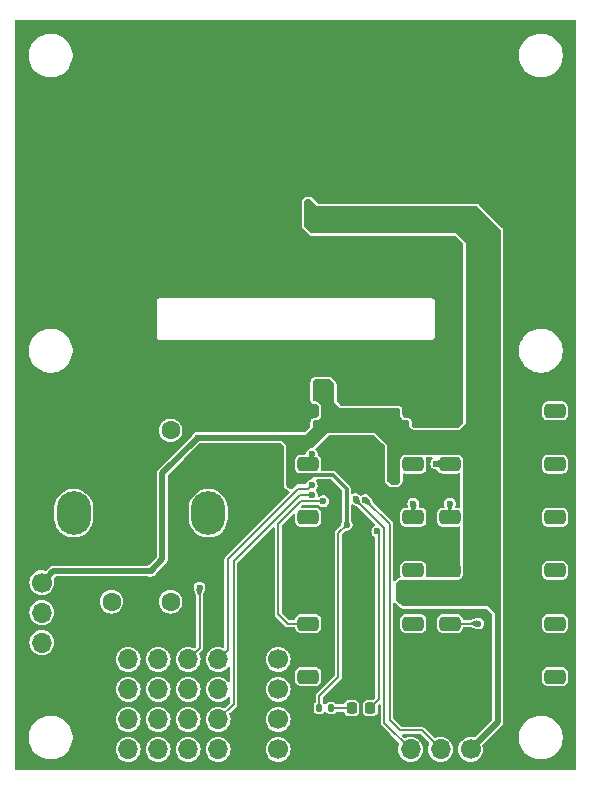
<source format=gbr>
%TF.GenerationSoftware,KiCad,Pcbnew,8.0.1*%
%TF.CreationDate,2024-04-03T11:04:11+02:00*%
%TF.ProjectId,dcload-interface-board,64636c6f-6164-42d6-996e-746572666163,rev?*%
%TF.SameCoordinates,Original*%
%TF.FileFunction,Copper,L2,Bot*%
%TF.FilePolarity,Positive*%
%FSLAX46Y46*%
G04 Gerber Fmt 4.6, Leading zero omitted, Abs format (unit mm)*
G04 Created by KiCad (PCBNEW 8.0.1) date 2024-04-03 11:04:11*
%MOMM*%
%LPD*%
G01*
G04 APERTURE LIST*
G04 Aperture macros list*
%AMRoundRect*
0 Rectangle with rounded corners*
0 $1 Rounding radius*
0 $2 $3 $4 $5 $6 $7 $8 $9 X,Y pos of 4 corners*
0 Add a 4 corners polygon primitive as box body*
4,1,4,$2,$3,$4,$5,$6,$7,$8,$9,$2,$3,0*
0 Add four circle primitives for the rounded corners*
1,1,$1+$1,$2,$3*
1,1,$1+$1,$4,$5*
1,1,$1+$1,$6,$7*
1,1,$1+$1,$8,$9*
0 Add four rect primitives between the rounded corners*
20,1,$1+$1,$2,$3,$4,$5,0*
20,1,$1+$1,$4,$5,$6,$7,0*
20,1,$1+$1,$6,$7,$8,$9,0*
20,1,$1+$1,$8,$9,$2,$3,0*%
G04 Aperture macros list end*
%TA.AperFunction,ComponentPad*%
%ADD10C,1.700000*%
%TD*%
%TA.AperFunction,ComponentPad*%
%ADD11O,1.700000X1.700000*%
%TD*%
%TA.AperFunction,ComponentPad*%
%ADD12O,2.900000X3.700000*%
%TD*%
%TA.AperFunction,ComponentPad*%
%ADD13C,1.600000*%
%TD*%
%TA.AperFunction,SMDPad,CuDef*%
%ADD14RoundRect,0.300000X-0.600000X0.300000X-0.600000X-0.300000X0.600000X-0.300000X0.600000X0.300000X0*%
%TD*%
%TA.AperFunction,SMDPad,CuDef*%
%ADD15RoundRect,0.218750X0.218750X0.256250X-0.218750X0.256250X-0.218750X-0.256250X0.218750X-0.256250X0*%
%TD*%
%TA.AperFunction,SMDPad,CuDef*%
%ADD16RoundRect,0.300000X0.600000X-0.300000X0.600000X0.300000X-0.600000X0.300000X-0.600000X-0.300000X0*%
%TD*%
%TA.AperFunction,SMDPad,CuDef*%
%ADD17RoundRect,0.135000X-0.135000X-0.185000X0.135000X-0.185000X0.135000X0.185000X-0.135000X0.185000X0*%
%TD*%
%TA.AperFunction,ViaPad*%
%ADD18C,0.600000*%
%TD*%
%TA.AperFunction,ViaPad*%
%ADD19C,0.800000*%
%TD*%
%TA.AperFunction,Conductor*%
%ADD20C,0.500000*%
%TD*%
%TA.AperFunction,Conductor*%
%ADD21C,0.300000*%
%TD*%
%TA.AperFunction,Conductor*%
%ADD22C,0.200000*%
%TD*%
G04 APERTURE END LIST*
D10*
%TO.P,J100,1,Pin_1*%
%TO.N,VCC*%
X122500000Y-112000000D03*
D11*
%TO.P,J100,2,Pin_2*%
%TO.N,GND*%
X119960000Y-112000000D03*
%TO.P,J100,3,Pin_3*%
%TO.N,/CMD_SS_0*%
X117420000Y-112000000D03*
%TO.P,J100,4,Pin_4*%
%TO.N,/CMD_CLK*%
X114880000Y-112000000D03*
%TO.P,J100,5,Pin_5*%
%TO.N,/CMD_MISO*%
X112340000Y-112000000D03*
%TO.P,J100,6,Pin_6*%
%TO.N,/CMD_MOSI*%
X109800000Y-112000000D03*
%TD*%
D10*
%TO.P,J102,1,Pin_1*%
%TO.N,VCC*%
X122500000Y-106920000D03*
D11*
%TO.P,J102,2,Pin_2*%
%TO.N,GND*%
X119960000Y-106920000D03*
%TO.P,J102,3,Pin_3*%
%TO.N,/CMD_SS_2*%
X117420000Y-106920000D03*
%TO.P,J102,4,Pin_4*%
%TO.N,/CMD_CLK*%
X114880000Y-106920000D03*
%TO.P,J102,5,Pin_5*%
%TO.N,/CMD_MISO*%
X112340000Y-106920000D03*
%TO.P,J102,6,Pin_6*%
%TO.N,/CMD_MOSI*%
X109800000Y-106920000D03*
%TD*%
D10*
%TO.P,J200,1,Pin_1*%
%TO.N,+3V3*%
X138800000Y-112000000D03*
D11*
%TO.P,J200,2,Pin_2*%
%TO.N,/2. MCU/SWDIO*%
X136260000Y-112000000D03*
%TO.P,J200,3,Pin_3*%
%TO.N,/2. MCU/SWCLK*%
X133720000Y-112000000D03*
%TO.P,J200,4,Pin_4*%
%TO.N,GND*%
X131180000Y-112000000D03*
%TD*%
D10*
%TO.P,J101,1,Pin_1*%
%TO.N,VCC*%
X122500000Y-109460000D03*
D11*
%TO.P,J101,2,Pin_2*%
%TO.N,GND*%
X119960000Y-109460000D03*
%TO.P,J101,3,Pin_3*%
%TO.N,/CMD_SS_1*%
X117420000Y-109460000D03*
%TO.P,J101,4,Pin_4*%
%TO.N,/CMD_CLK*%
X114880000Y-109460000D03*
%TO.P,J101,5,Pin_5*%
%TO.N,/CMD_MISO*%
X112340000Y-109460000D03*
%TO.P,J101,6,Pin_6*%
%TO.N,/CMD_MOSI*%
X109800000Y-109460000D03*
%TD*%
D10*
%TO.P,J103,1,Pin_1*%
%TO.N,VCC*%
X122500000Y-104380000D03*
D11*
%TO.P,J103,2,Pin_2*%
%TO.N,GND*%
X119960000Y-104380000D03*
%TO.P,J103,3,Pin_3*%
%TO.N,/CMD_SS_3*%
X117420000Y-104380000D03*
%TO.P,J103,4,Pin_4*%
%TO.N,/CMD_CLK*%
X114880000Y-104380000D03*
%TO.P,J103,5,Pin_5*%
%TO.N,/CMD_MISO*%
X112340000Y-104380000D03*
%TO.P,J103,6,Pin_6*%
%TO.N,/CMD_MOSI*%
X109800000Y-104380000D03*
%TD*%
D10*
%TO.P,J201,1,Pin_1*%
%TO.N,+3V3*%
X102500000Y-97880000D03*
D11*
%TO.P,J201,2,Pin_2*%
%TO.N,/2. MCU/UART_TX*%
X102500000Y-100420000D03*
%TO.P,J201,3,Pin_3*%
%TO.N,/2. MCU/UART_RX*%
X102500000Y-102960000D03*
%TO.P,J201,4,Pin_4*%
%TO.N,GND*%
X102500000Y-105500000D03*
%TD*%
D12*
%TO.P,SW506,1*%
%TO.N,N/C*%
X105200000Y-92000000D03*
X116600000Y-92000000D03*
D13*
%TO.P,SW506,A,A*%
%TO.N,Net-(R500-Pad1)*%
X113400000Y-99500000D03*
%TO.P,SW506,B,B*%
%TO.N,Net-(R502-Pad1)*%
X108400000Y-99500000D03*
%TO.P,SW506,C,C*%
%TO.N,GND*%
X110900000Y-99500000D03*
%TO.P,SW506,S1,S1*%
%TO.N,/2. MCU/ENCODER_KEY*%
X113400000Y-85000000D03*
%TO.P,SW506,S2,S2*%
%TO.N,GND*%
X108400000Y-85000000D03*
%TD*%
D14*
%TO.P,SW504,1,1*%
%TO.N,/2. MCU/KEY_MENU*%
X137050000Y-101350000D03*
%TO.P,SW504,2,2*%
%TO.N,GND*%
X137050000Y-105850000D03*
%TO.P,SW504,3*%
%TO.N,N/C*%
X145950000Y-101350000D03*
%TO.P,SW504,4*%
X145950000Y-105850000D03*
%TD*%
D15*
%TO.P,D500,1,K*%
%TO.N,/2. MCU/EN_LED*%
X130302500Y-108500000D03*
%TO.P,D500,2,A*%
%TO.N,Net-(D500-A)*%
X128727500Y-108500000D03*
%TD*%
D16*
%TO.P,SW500,1,1*%
%TO.N,/2. MCU/KEY_MODE*%
X137050000Y-87850000D03*
%TO.P,SW500,2,2*%
%TO.N,GND*%
X137050000Y-83350000D03*
%TO.P,SW500,3*%
%TO.N,N/C*%
X145950000Y-87850000D03*
%TO.P,SW500,4*%
X145950000Y-83350000D03*
%TD*%
%TO.P,SW503,1,1*%
%TO.N,/2. MCU/KEY_SEQ_EN*%
X133950000Y-92350000D03*
%TO.P,SW503,2,2*%
%TO.N,GND*%
X125050000Y-96850000D03*
%TO.P,SW503,3*%
%TO.N,N/C*%
X133950000Y-96850000D03*
%TO.P,SW503,4*%
X125050000Y-92350000D03*
%TD*%
%TO.P,SW502,1,1*%
%TO.N,/2. MCU/KEY_SEQ*%
X137050000Y-92350000D03*
%TO.P,SW502,2,2*%
%TO.N,GND*%
X137050000Y-96850000D03*
%TO.P,SW502,3*%
%TO.N,N/C*%
X145950000Y-96850000D03*
%TO.P,SW502,4*%
X145950000Y-92350000D03*
%TD*%
D14*
%TO.P,SW505,1,1*%
%TO.N,/2. MCU/KEY_EN*%
X125050000Y-101350000D03*
%TO.P,SW505,2,2*%
%TO.N,GND*%
X133950000Y-105850000D03*
%TO.P,SW505,3*%
%TO.N,N/C*%
X133950000Y-101350000D03*
%TO.P,SW505,4*%
X125050000Y-105850000D03*
%TD*%
D16*
%TO.P,SW501,1,1*%
%TO.N,/2. MCU/KEY_SET*%
X125050000Y-87850000D03*
%TO.P,SW501,2,2*%
%TO.N,GND*%
X133950000Y-83350000D03*
X125050000Y-83350000D03*
%TO.P,SW501,3*%
%TO.N,N/C*%
X133950000Y-87850000D03*
%TD*%
D17*
%TO.P,R505,1*%
%TO.N,+3V3*%
X125990000Y-108500000D03*
%TO.P,R505,2*%
%TO.N,Net-(D500-A)*%
X127010000Y-108500000D03*
%TD*%
D18*
%TO.N,GND*%
X105000000Y-68000000D03*
X145000000Y-68000000D03*
X125000000Y-58000000D03*
X145000000Y-58000000D03*
X105000000Y-58000000D03*
%TO.N,+3V3*%
X130825000Y-84125000D03*
X115700000Y-85600000D03*
X123700000Y-85600000D03*
X123550000Y-89600000D03*
X119600000Y-85600000D03*
X132300000Y-89200000D03*
X126000000Y-80975000D03*
X128700000Y-67929283D03*
X132125000Y-84600000D03*
X130500000Y-67950000D03*
X128300000Y-93000000D03*
X129600000Y-67950000D03*
X129100000Y-84000000D03*
X131300000Y-85100000D03*
D19*
X134400000Y-98350000D03*
X133000000Y-98150000D03*
X133000000Y-99200000D03*
D18*
X111710000Y-96900000D03*
X129600000Y-67100000D03*
X128300000Y-84130879D03*
X132125000Y-83675000D03*
X125050000Y-65720000D03*
X132110000Y-85600000D03*
%TO.N,GND*%
X112580000Y-65700000D03*
X134400000Y-83550000D03*
X128300000Y-107350000D03*
X128780000Y-64850000D03*
X109400000Y-94100000D03*
X135850000Y-102350000D03*
X107500000Y-108000000D03*
X121600000Y-89600000D03*
X112600000Y-67400000D03*
X123850000Y-65720000D03*
X114550000Y-72150000D03*
X127900000Y-88400000D03*
X107500000Y-113000000D03*
X129000000Y-97000000D03*
X121600000Y-84800000D03*
X136200000Y-96250000D03*
X113850000Y-72150000D03*
X128900000Y-81900000D03*
X117350000Y-102800000D03*
X116800000Y-65850000D03*
X114000000Y-94100000D03*
X112580000Y-66550000D03*
X123700000Y-82750000D03*
X128900000Y-87400000D03*
X129250000Y-72150000D03*
X107500000Y-103000000D03*
X128000000Y-79000000D03*
X128290000Y-94800000D03*
X124400000Y-98900000D03*
X120000000Y-90000000D03*
X140000000Y-105500000D03*
X126650000Y-92900000D03*
X120000000Y-98000000D03*
X126750000Y-89600000D03*
X124860000Y-80975000D03*
X122000000Y-79000000D03*
X116000000Y-79000000D03*
X123250000Y-98900000D03*
X134000000Y-79000000D03*
X128900000Y-89400000D03*
X130400000Y-90200000D03*
X126800000Y-98800000D03*
X130050000Y-107350000D03*
X102500000Y-83000000D03*
X137000000Y-104450000D03*
X126900000Y-87400000D03*
X127890000Y-81900000D03*
X111700000Y-92250000D03*
X130400000Y-86400000D03*
X121700000Y-97000000D03*
X102500000Y-95500000D03*
X135000000Y-95000000D03*
X102500000Y-89000000D03*
X129600000Y-64850000D03*
X136650000Y-103200000D03*
X114200000Y-68250000D03*
X134300000Y-89200000D03*
X129950000Y-72150000D03*
X130420000Y-64850000D03*
X129900000Y-81900000D03*
X134400000Y-84450000D03*
X126200000Y-94700000D03*
X137000000Y-97050000D03*
X130910000Y-81900000D03*
X129400000Y-94800000D03*
X137950000Y-102700000D03*
%TO.N,/2. MCU/SWDIO*%
X129900000Y-90900000D03*
%TO.N,/2. MCU/SWCLK*%
X129059792Y-90834792D03*
%TO.N,/2. MCU/KEY_SET*%
X125350000Y-87000000D03*
%TO.N,/2. MCU/KEY_SEQ*%
X137050000Y-91200000D03*
%TO.N,/2. MCU/KEY_SEQ_EN*%
X133950000Y-91200000D03*
%TO.N,/2. MCU/KEY_MENU*%
X139450000Y-101350000D03*
%TO.N,/CMD_CLK*%
X115850000Y-98300000D03*
%TO.N,/CMD_SS_1*%
X125350000Y-90450000D03*
%TO.N,/CMD_SS_3*%
X125350000Y-89650000D03*
%TO.N,/2. MCU/EN_LED*%
X130900000Y-93550000D03*
%TO.N,/2. MCU/KEY_MODE*%
X135900000Y-87800000D03*
%TO.N,/2. MCU/KEY_EN*%
X126307073Y-90991963D03*
%TD*%
D20*
%TO.N,+3V3*%
X115700000Y-85600000D02*
X119600000Y-85600000D01*
X139700000Y-98350000D02*
X134400000Y-98350000D01*
X115700000Y-85600000D02*
X112700000Y-88600000D01*
X112700000Y-88600000D02*
X112700000Y-95910000D01*
X102500000Y-97880000D02*
X103480000Y-96900000D01*
D21*
X127150000Y-88800000D02*
X128300000Y-89950000D01*
D22*
X125990000Y-107510000D02*
X127600000Y-105900000D01*
X125990000Y-108500000D02*
X125990000Y-107510000D01*
D20*
X112700000Y-95910000D02*
X111710000Y-96900000D01*
X103480000Y-96900000D02*
X111710000Y-96900000D01*
X138800000Y-112000000D02*
X141100000Y-109700000D01*
X141100000Y-109700000D02*
X141100000Y-99750000D01*
D21*
X124400000Y-88800000D02*
X127150000Y-88800000D01*
D20*
X119600000Y-85600000D02*
X123700000Y-85600000D01*
D22*
X127600000Y-105900000D02*
X127600000Y-93700000D01*
D21*
X123600000Y-89600000D02*
X124400000Y-88800000D01*
X128300000Y-89950000D02*
X128300000Y-93000000D01*
D20*
X141100000Y-99750000D02*
X139700000Y-98350000D01*
D22*
X127600000Y-93700000D02*
X128300000Y-93000000D01*
%TO.N,GND*%
X123823498Y-82750000D02*
X124125000Y-82750000D01*
X124125000Y-82750000D02*
X124725000Y-83350000D01*
X124725000Y-83350000D02*
X125050000Y-83350000D01*
%TO.N,Net-(D500-A)*%
X127010000Y-108500000D02*
X128727500Y-108500000D01*
%TO.N,/2. MCU/SWDIO*%
X131950000Y-109550000D02*
X132800000Y-110400000D01*
X131950000Y-92950000D02*
X131950000Y-109550000D01*
X134660000Y-110400000D02*
X136260000Y-112000000D01*
X132800000Y-110400000D02*
X134660000Y-110400000D01*
X129900000Y-90900000D02*
X131950000Y-92950000D01*
%TO.N,/2. MCU/SWCLK*%
X131500000Y-93300000D02*
X131500000Y-109780000D01*
X131500000Y-109780000D02*
X133720000Y-112000000D01*
X129059792Y-90859792D02*
X131500000Y-93300000D01*
X129059792Y-90834792D02*
X129059792Y-90859792D01*
%TO.N,/2. MCU/KEY_SET*%
X125350000Y-87000000D02*
X125350000Y-87550000D01*
X125350000Y-87550000D02*
X125050000Y-87850000D01*
%TO.N,/2. MCU/KEY_SEQ*%
X137050000Y-91200000D02*
X137050000Y-92350000D01*
%TO.N,/2. MCU/KEY_SEQ_EN*%
X133950000Y-91200000D02*
X133950000Y-92350000D01*
%TO.N,/2. MCU/KEY_MENU*%
X139450000Y-101350000D02*
X137050000Y-101350000D01*
%TO.N,/CMD_CLK*%
X115850000Y-103410000D02*
X114880000Y-104380000D01*
X115850000Y-98300000D02*
X115850000Y-103410000D01*
%TO.N,/CMD_SS_1*%
X118750000Y-96050000D02*
X118750000Y-108130000D01*
X124350000Y-90450000D02*
X118750000Y-96050000D01*
X118750000Y-108130000D02*
X117420000Y-109460000D01*
X125350000Y-90450000D02*
X124350000Y-90450000D01*
%TO.N,/CMD_SS_3*%
X125050000Y-89950000D02*
X124200000Y-89950000D01*
X125350000Y-89650000D02*
X125050000Y-89950000D01*
X124200000Y-89950000D02*
X118250000Y-95900000D01*
X118250000Y-103550000D02*
X117420000Y-104380000D01*
X118250000Y-95900000D02*
X118250000Y-103550000D01*
%TO.N,/2. MCU/EN_LED*%
X130900000Y-93550000D02*
X131050000Y-93700000D01*
X131050000Y-93700000D02*
X131050000Y-107752500D01*
X131050000Y-107752500D02*
X130302500Y-108500000D01*
%TO.N,/2. MCU/KEY_MODE*%
X137000000Y-87800000D02*
X137050000Y-87850000D01*
X135900000Y-87800000D02*
X137000000Y-87800000D01*
%TO.N,/2. MCU/KEY_EN*%
X123300000Y-101350000D02*
X125050000Y-101350000D01*
X122500000Y-92950000D02*
X122500000Y-100550000D01*
X124458037Y-90991963D02*
X122500000Y-92950000D01*
X122500000Y-100550000D02*
X123300000Y-101350000D01*
X126307073Y-90991963D02*
X124458037Y-90991963D01*
%TD*%
%TA.AperFunction,Conductor*%
%TO.N,GND*%
G36*
X130636391Y-85424407D02*
G01*
X130646472Y-85432806D01*
X131319337Y-86073629D01*
X131513776Y-86258809D01*
X131542874Y-86312632D01*
X131544500Y-86330499D01*
X131544500Y-89258992D01*
X131544703Y-89264157D01*
X131545134Y-89275123D01*
X131546353Y-89290602D01*
X131546354Y-89290607D01*
X131568115Y-89367769D01*
X131568117Y-89367775D01*
X131595894Y-89422291D01*
X131633681Y-89474300D01*
X131633683Y-89474302D01*
X131633686Y-89474306D01*
X131875694Y-89716314D01*
X131875707Y-89716326D01*
X131875714Y-89716333D01*
X131887534Y-89727260D01*
X131887544Y-89727269D01*
X131899357Y-89737358D01*
X131969315Y-89776536D01*
X132027506Y-89795443D01*
X132040206Y-89797454D01*
X132091004Y-89805500D01*
X132091008Y-89805500D01*
X132553632Y-89805500D01*
X132556759Y-89805305D01*
X132579025Y-89803925D01*
X132579032Y-89803924D01*
X132579034Y-89803924D01*
X132584960Y-89803185D01*
X132603301Y-89800902D01*
X132687395Y-89770881D01*
X132739173Y-89738282D01*
X132787555Y-89695936D01*
X132984924Y-89459093D01*
X132989195Y-89453791D01*
X132993234Y-89448604D01*
X133026536Y-89385850D01*
X133045443Y-89327659D01*
X133051312Y-89290602D01*
X133055500Y-89264160D01*
X133055500Y-88716924D01*
X133074407Y-88658733D01*
X133123907Y-88622769D01*
X133185093Y-88622769D01*
X133189070Y-88624156D01*
X133242517Y-88644091D01*
X133302127Y-88650500D01*
X134597872Y-88650499D01*
X134657483Y-88644091D01*
X134724907Y-88618943D01*
X134792329Y-88593797D01*
X134792329Y-88593796D01*
X134792331Y-88593796D01*
X134907546Y-88507546D01*
X134993796Y-88392331D01*
X134997988Y-88381093D01*
X135044089Y-88257488D01*
X135044090Y-88257485D01*
X135044091Y-88257483D01*
X135050500Y-88197873D01*
X135050499Y-87502128D01*
X135044091Y-87442517D01*
X135024165Y-87389095D01*
X135021547Y-87327966D01*
X135055359Y-87276972D01*
X135112687Y-87255591D01*
X135116925Y-87255500D01*
X135492775Y-87255500D01*
X135550966Y-87274407D01*
X135586930Y-87323907D01*
X135586930Y-87385093D01*
X135567595Y-87419330D01*
X135547502Y-87442520D01*
X135474622Y-87526628D01*
X135414834Y-87657543D01*
X135394353Y-87799997D01*
X135394353Y-87800002D01*
X135414834Y-87942456D01*
X135474622Y-88073371D01*
X135474623Y-88073373D01*
X135568872Y-88182143D01*
X135568873Y-88182144D01*
X135686111Y-88257488D01*
X135689947Y-88259953D01*
X135796403Y-88291211D01*
X135828035Y-88300499D01*
X135828036Y-88300499D01*
X135828039Y-88300500D01*
X135903216Y-88300500D01*
X135961407Y-88319407D01*
X135995974Y-88364904D01*
X136006203Y-88392330D01*
X136006204Y-88392332D01*
X136092450Y-88507541D01*
X136092454Y-88507546D01*
X136092457Y-88507548D01*
X136092458Y-88507549D01*
X136207670Y-88593797D01*
X136342511Y-88644089D01*
X136342512Y-88644089D01*
X136342517Y-88644091D01*
X136402127Y-88650500D01*
X137697872Y-88650499D01*
X137757483Y-88644091D01*
X137810904Y-88624165D01*
X137872032Y-88621546D01*
X137923027Y-88655357D01*
X137944409Y-88712684D01*
X137944500Y-88716924D01*
X137944500Y-91483075D01*
X137925593Y-91541266D01*
X137876093Y-91577230D01*
X137814907Y-91577230D01*
X137810915Y-91575837D01*
X137757483Y-91555909D01*
X137757479Y-91555908D01*
X137757477Y-91555908D01*
X137726249Y-91552550D01*
X137697873Y-91549500D01*
X137697870Y-91549500D01*
X137601780Y-91549500D01*
X137543589Y-91530593D01*
X137507625Y-91481093D01*
X137507625Y-91419907D01*
X137508786Y-91416542D01*
X137516364Y-91395788D01*
X137516365Y-91395786D01*
X137517402Y-91389563D01*
X137525003Y-91364707D01*
X137535165Y-91342456D01*
X137535165Y-91342455D01*
X137535166Y-91342452D01*
X137546253Y-91265336D01*
X137555647Y-91200002D01*
X137555647Y-91199997D01*
X137535165Y-91057543D01*
X137505214Y-90991960D01*
X137475377Y-90926627D01*
X137381128Y-90817857D01*
X137381127Y-90817856D01*
X137381126Y-90817855D01*
X137260057Y-90740049D01*
X137260054Y-90740047D01*
X137260053Y-90740047D01*
X137260050Y-90740046D01*
X137121964Y-90699500D01*
X137121961Y-90699500D01*
X136978039Y-90699500D01*
X136978035Y-90699500D01*
X136839949Y-90740046D01*
X136839942Y-90740049D01*
X136718873Y-90817855D01*
X136624622Y-90926628D01*
X136564834Y-91057543D01*
X136544353Y-91199997D01*
X136544353Y-91200002D01*
X136564833Y-91342452D01*
X136564835Y-91342457D01*
X136575098Y-91364931D01*
X136582875Y-91390887D01*
X136583633Y-91395779D01*
X136583635Y-91395787D01*
X136591215Y-91416546D01*
X136593413Y-91477692D01*
X136559250Y-91528451D01*
X136501775Y-91549436D01*
X136498221Y-91549500D01*
X136402132Y-91549500D01*
X136402129Y-91549500D01*
X136402128Y-91549501D01*
X136394949Y-91550272D01*
X136342519Y-91555908D01*
X136342514Y-91555909D01*
X136207670Y-91606202D01*
X136092458Y-91692450D01*
X136092450Y-91692458D01*
X136006202Y-91807670D01*
X135955910Y-91942511D01*
X135955908Y-91942522D01*
X135949500Y-92002129D01*
X135949500Y-92697866D01*
X135949501Y-92697870D01*
X135955908Y-92757480D01*
X135955909Y-92757485D01*
X136006202Y-92892329D01*
X136092450Y-93007541D01*
X136092454Y-93007546D01*
X136092457Y-93007548D01*
X136092458Y-93007549D01*
X136207670Y-93093797D01*
X136342511Y-93144089D01*
X136342512Y-93144089D01*
X136342517Y-93144091D01*
X136402127Y-93150500D01*
X137697872Y-93150499D01*
X137757483Y-93144091D01*
X137810904Y-93124165D01*
X137872032Y-93121546D01*
X137923027Y-93155357D01*
X137944409Y-93212684D01*
X137944500Y-93216924D01*
X137944500Y-96492182D01*
X137944794Y-96503170D01*
X137944795Y-96503191D01*
X137944856Y-96504327D01*
X137944998Y-96509624D01*
X137944998Y-97181557D01*
X137944431Y-97192134D01*
X137943856Y-97197485D01*
X137938181Y-97221504D01*
X137916553Y-97279492D01*
X137903048Y-97304225D01*
X137869270Y-97349346D01*
X137849346Y-97369270D01*
X137804225Y-97403048D01*
X137779492Y-97416554D01*
X137721508Y-97438180D01*
X137697514Y-97443852D01*
X137692148Y-97444430D01*
X137681546Y-97444999D01*
X136409652Y-97444999D01*
X136404389Y-97444859D01*
X136404199Y-97444849D01*
X136403143Y-97444792D01*
X136394061Y-97444550D01*
X136392169Y-97444500D01*
X136392162Y-97444500D01*
X135116925Y-97444500D01*
X135058734Y-97425593D01*
X135022770Y-97376093D01*
X135022770Y-97314907D01*
X135024166Y-97310904D01*
X135026657Y-97304225D01*
X135044091Y-97257483D01*
X135050500Y-97197873D01*
X135050499Y-96502128D01*
X135044091Y-96442517D01*
X135044089Y-96442511D01*
X134993797Y-96307670D01*
X134907549Y-96192458D01*
X134907548Y-96192457D01*
X134907546Y-96192454D01*
X134899745Y-96186614D01*
X134792329Y-96106202D01*
X134657488Y-96055910D01*
X134657483Y-96055909D01*
X134657481Y-96055908D01*
X134657477Y-96055908D01*
X134626249Y-96052550D01*
X134597873Y-96049500D01*
X134597870Y-96049500D01*
X133302133Y-96049500D01*
X133302129Y-96049500D01*
X133302128Y-96049501D01*
X133294949Y-96050272D01*
X133242519Y-96055908D01*
X133242514Y-96055909D01*
X133107670Y-96106202D01*
X132992458Y-96192450D01*
X132992450Y-96192458D01*
X132906202Y-96307670D01*
X132855910Y-96442511D01*
X132855908Y-96442522D01*
X132849500Y-96502126D01*
X132849500Y-97197866D01*
X132849501Y-97197870D01*
X132855908Y-97257480D01*
X132855908Y-97257481D01*
X132877661Y-97315804D01*
X132880280Y-97376933D01*
X132846468Y-97427927D01*
X132811774Y-97445682D01*
X132732230Y-97468115D01*
X132732224Y-97468117D01*
X132677708Y-97495894D01*
X132625699Y-97533681D01*
X132625694Y-97533685D01*
X132625694Y-97533686D01*
X132419501Y-97739878D01*
X132364987Y-97767654D01*
X132304555Y-97758083D01*
X132261290Y-97714818D01*
X132250500Y-97669873D01*
X132250500Y-92910437D01*
X132250499Y-92910435D01*
X132245647Y-92892329D01*
X132230021Y-92834011D01*
X132190460Y-92765489D01*
X132182448Y-92757477D01*
X132134511Y-92709539D01*
X132134511Y-92709540D01*
X132122837Y-92697866D01*
X132849500Y-92697866D01*
X132849501Y-92697870D01*
X132855908Y-92757480D01*
X132855909Y-92757485D01*
X132906202Y-92892329D01*
X132992450Y-93007541D01*
X132992454Y-93007546D01*
X132992457Y-93007548D01*
X132992458Y-93007549D01*
X133107670Y-93093797D01*
X133242511Y-93144089D01*
X133242512Y-93144089D01*
X133242517Y-93144091D01*
X133302127Y-93150500D01*
X134597872Y-93150499D01*
X134657483Y-93144091D01*
X134724907Y-93118943D01*
X134792329Y-93093797D01*
X134792329Y-93093796D01*
X134792331Y-93093796D01*
X134907546Y-93007546D01*
X134993796Y-92892331D01*
X135015550Y-92834007D01*
X135044089Y-92757488D01*
X135044090Y-92757485D01*
X135044091Y-92757483D01*
X135050500Y-92697873D01*
X135050499Y-92002128D01*
X135044091Y-91942517D01*
X135030139Y-91905110D01*
X134993797Y-91807670D01*
X134907549Y-91692458D01*
X134907548Y-91692457D01*
X134907546Y-91692454D01*
X134907541Y-91692450D01*
X134792329Y-91606202D01*
X134657488Y-91555910D01*
X134657483Y-91555909D01*
X134657481Y-91555908D01*
X134657477Y-91555908D01*
X134626249Y-91552550D01*
X134597873Y-91549500D01*
X134597870Y-91549500D01*
X134501780Y-91549500D01*
X134443589Y-91530593D01*
X134407625Y-91481093D01*
X134407625Y-91419907D01*
X134408786Y-91416542D01*
X134416364Y-91395788D01*
X134416365Y-91395786D01*
X134417402Y-91389563D01*
X134425003Y-91364707D01*
X134435165Y-91342456D01*
X134435165Y-91342455D01*
X134435166Y-91342452D01*
X134446253Y-91265336D01*
X134455647Y-91200002D01*
X134455647Y-91199997D01*
X134435165Y-91057543D01*
X134405214Y-90991960D01*
X134375377Y-90926627D01*
X134281128Y-90817857D01*
X134281127Y-90817856D01*
X134281126Y-90817855D01*
X134160057Y-90740049D01*
X134160054Y-90740047D01*
X134160053Y-90740047D01*
X134160050Y-90740046D01*
X134021964Y-90699500D01*
X134021961Y-90699500D01*
X133878039Y-90699500D01*
X133878035Y-90699500D01*
X133739949Y-90740046D01*
X133739942Y-90740049D01*
X133618873Y-90817855D01*
X133524622Y-90926628D01*
X133464834Y-91057543D01*
X133444353Y-91199997D01*
X133444353Y-91200002D01*
X133464833Y-91342452D01*
X133464835Y-91342457D01*
X133475098Y-91364931D01*
X133482875Y-91390887D01*
X133483633Y-91395779D01*
X133483635Y-91395787D01*
X133491215Y-91416546D01*
X133493413Y-91477692D01*
X133459250Y-91528451D01*
X133401775Y-91549436D01*
X133398221Y-91549500D01*
X133302132Y-91549500D01*
X133302129Y-91549500D01*
X133302128Y-91549501D01*
X133294949Y-91550272D01*
X133242519Y-91555908D01*
X133242514Y-91555909D01*
X133107670Y-91606202D01*
X132992458Y-91692450D01*
X132992450Y-91692458D01*
X132906202Y-91807670D01*
X132855910Y-91942511D01*
X132855908Y-91942522D01*
X132849500Y-92002129D01*
X132849500Y-92697866D01*
X132122837Y-92697866D01*
X130584510Y-91159539D01*
X130564746Y-91131281D01*
X130530454Y-91057543D01*
X130368213Y-90708673D01*
X130368211Y-90708670D01*
X130368210Y-90708668D01*
X130358867Y-90695588D01*
X130349373Y-90679172D01*
X130325377Y-90626627D01*
X130231128Y-90517857D01*
X130231127Y-90517856D01*
X130231126Y-90517855D01*
X130110057Y-90440049D01*
X130110054Y-90440047D01*
X130110053Y-90440047D01*
X130110050Y-90440046D01*
X129971964Y-90399500D01*
X129971961Y-90399500D01*
X129828039Y-90399500D01*
X129828035Y-90399500D01*
X129689949Y-90440046D01*
X129689942Y-90440049D01*
X129563029Y-90521611D01*
X129503854Y-90537166D01*
X129446837Y-90514967D01*
X129434687Y-90503158D01*
X129390921Y-90452650D01*
X129390919Y-90452648D01*
X129269849Y-90374841D01*
X129269846Y-90374839D01*
X129269845Y-90374839D01*
X129269842Y-90374838D01*
X129131756Y-90334292D01*
X129131753Y-90334292D01*
X128987831Y-90334292D01*
X128987827Y-90334292D01*
X128849741Y-90374838D01*
X128849734Y-90374841D01*
X128803023Y-90404861D01*
X128743848Y-90420416D01*
X128686832Y-90398217D01*
X128653752Y-90346744D01*
X128650500Y-90321577D01*
X128650500Y-89903857D01*
X128647886Y-89894100D01*
X128626614Y-89814712D01*
X128621296Y-89805500D01*
X128618640Y-89800899D01*
X128618640Y-89800898D01*
X128580473Y-89734792D01*
X128580471Y-89734790D01*
X128580470Y-89734788D01*
X127365212Y-88519530D01*
X127285288Y-88473386D01*
X127196144Y-88449500D01*
X127196142Y-88449500D01*
X126215060Y-88449500D01*
X126156869Y-88430593D01*
X126120905Y-88381093D01*
X126120905Y-88319907D01*
X126122302Y-88315904D01*
X126144089Y-88257488D01*
X126144090Y-88257485D01*
X126144091Y-88257483D01*
X126150500Y-88197873D01*
X126150499Y-87502128D01*
X126144091Y-87442517D01*
X126135443Y-87419331D01*
X126093797Y-87307670D01*
X126007549Y-87192458D01*
X126007548Y-87192457D01*
X126007546Y-87192454D01*
X126007541Y-87192450D01*
X125892448Y-87106291D01*
X125857195Y-87056282D01*
X125853785Y-87012948D01*
X125855647Y-87000000D01*
X125835165Y-86857543D01*
X125775377Y-86726627D01*
X125691180Y-86629458D01*
X125667363Y-86573100D01*
X125681222Y-86513505D01*
X125695992Y-86494628D01*
X126756125Y-85434496D01*
X126810642Y-85406719D01*
X126826129Y-85405500D01*
X130578200Y-85405500D01*
X130636391Y-85424407D01*
G37*
%TD.AperFunction*%
%TA.AperFunction,Conductor*%
G36*
X147708691Y-50269407D02*
G01*
X147744655Y-50318907D01*
X147749500Y-50349500D01*
X147749500Y-113650500D01*
X147730593Y-113708691D01*
X147681093Y-113744655D01*
X147650500Y-113749500D01*
X100349500Y-113749500D01*
X100291309Y-113730593D01*
X100255345Y-113681093D01*
X100250500Y-113650500D01*
X100250500Y-111121551D01*
X101395500Y-111121551D01*
X101427230Y-111362563D01*
X101427230Y-111362568D01*
X101490149Y-111597387D01*
X101583178Y-111821979D01*
X101685959Y-112000003D01*
X101704731Y-112032516D01*
X101852722Y-112225380D01*
X102024620Y-112397278D01*
X102217484Y-112545269D01*
X102428016Y-112666819D01*
X102428017Y-112666819D01*
X102428020Y-112666821D01*
X102620165Y-112746410D01*
X102652612Y-112759850D01*
X102887429Y-112822769D01*
X103128450Y-112854500D01*
X103128451Y-112854500D01*
X103371549Y-112854500D01*
X103371550Y-112854500D01*
X103612571Y-112822769D01*
X103847388Y-112759850D01*
X104071984Y-112666819D01*
X104282516Y-112545269D01*
X104475380Y-112397278D01*
X104647278Y-112225380D01*
X104795269Y-112032516D01*
X104814040Y-112000003D01*
X108744417Y-112000003D01*
X108764698Y-112205929D01*
X108764699Y-112205934D01*
X108824768Y-112403954D01*
X108922316Y-112586452D01*
X108988273Y-112666821D01*
X109053590Y-112746410D01*
X109053595Y-112746414D01*
X109213547Y-112877683D01*
X109213548Y-112877683D01*
X109213550Y-112877685D01*
X109396046Y-112975232D01*
X109533997Y-113017078D01*
X109594065Y-113035300D01*
X109594070Y-113035301D01*
X109799997Y-113055583D01*
X109800000Y-113055583D01*
X109800003Y-113055583D01*
X110005929Y-113035301D01*
X110005934Y-113035300D01*
X110203954Y-112975232D01*
X110386450Y-112877685D01*
X110546410Y-112746410D01*
X110677685Y-112586450D01*
X110775232Y-112403954D01*
X110835300Y-112205934D01*
X110835301Y-112205929D01*
X110855583Y-112000003D01*
X111284417Y-112000003D01*
X111304698Y-112205929D01*
X111304699Y-112205934D01*
X111364768Y-112403954D01*
X111462316Y-112586452D01*
X111528273Y-112666821D01*
X111593590Y-112746410D01*
X111593595Y-112746414D01*
X111753547Y-112877683D01*
X111753548Y-112877683D01*
X111753550Y-112877685D01*
X111936046Y-112975232D01*
X112073997Y-113017078D01*
X112134065Y-113035300D01*
X112134070Y-113035301D01*
X112339997Y-113055583D01*
X112340000Y-113055583D01*
X112340003Y-113055583D01*
X112545929Y-113035301D01*
X112545934Y-113035300D01*
X112743954Y-112975232D01*
X112926450Y-112877685D01*
X113086410Y-112746410D01*
X113217685Y-112586450D01*
X113315232Y-112403954D01*
X113375300Y-112205934D01*
X113375301Y-112205929D01*
X113395583Y-112000003D01*
X113824417Y-112000003D01*
X113844698Y-112205929D01*
X113844699Y-112205934D01*
X113904768Y-112403954D01*
X114002316Y-112586452D01*
X114068273Y-112666821D01*
X114133590Y-112746410D01*
X114133595Y-112746414D01*
X114293547Y-112877683D01*
X114293548Y-112877683D01*
X114293550Y-112877685D01*
X114476046Y-112975232D01*
X114613997Y-113017078D01*
X114674065Y-113035300D01*
X114674070Y-113035301D01*
X114879997Y-113055583D01*
X114880000Y-113055583D01*
X114880003Y-113055583D01*
X115085929Y-113035301D01*
X115085934Y-113035300D01*
X115283954Y-112975232D01*
X115466450Y-112877685D01*
X115626410Y-112746410D01*
X115757685Y-112586450D01*
X115855232Y-112403954D01*
X115915300Y-112205934D01*
X115915301Y-112205929D01*
X115935583Y-112000003D01*
X116364417Y-112000003D01*
X116384698Y-112205929D01*
X116384699Y-112205934D01*
X116444768Y-112403954D01*
X116542316Y-112586452D01*
X116608273Y-112666821D01*
X116673590Y-112746410D01*
X116673595Y-112746414D01*
X116833547Y-112877683D01*
X116833548Y-112877683D01*
X116833550Y-112877685D01*
X117016046Y-112975232D01*
X117153997Y-113017078D01*
X117214065Y-113035300D01*
X117214070Y-113035301D01*
X117419997Y-113055583D01*
X117420000Y-113055583D01*
X117420003Y-113055583D01*
X117625929Y-113035301D01*
X117625934Y-113035300D01*
X117823954Y-112975232D01*
X118006450Y-112877685D01*
X118166410Y-112746410D01*
X118297685Y-112586450D01*
X118395232Y-112403954D01*
X118455300Y-112205934D01*
X118455301Y-112205929D01*
X118475583Y-112000003D01*
X121444417Y-112000003D01*
X121464698Y-112205929D01*
X121464699Y-112205934D01*
X121524768Y-112403954D01*
X121622316Y-112586452D01*
X121688273Y-112666821D01*
X121753590Y-112746410D01*
X121753595Y-112746414D01*
X121913547Y-112877683D01*
X121913548Y-112877683D01*
X121913550Y-112877685D01*
X122096046Y-112975232D01*
X122233997Y-113017078D01*
X122294065Y-113035300D01*
X122294070Y-113035301D01*
X122499997Y-113055583D01*
X122500000Y-113055583D01*
X122500003Y-113055583D01*
X122705929Y-113035301D01*
X122705934Y-113035300D01*
X122903954Y-112975232D01*
X123086450Y-112877685D01*
X123246410Y-112746410D01*
X123377685Y-112586450D01*
X123475232Y-112403954D01*
X123535300Y-112205934D01*
X123535301Y-112205929D01*
X123555583Y-112000003D01*
X123555583Y-111999996D01*
X123535301Y-111794070D01*
X123535300Y-111794065D01*
X123489220Y-111642159D01*
X123475232Y-111596046D01*
X123377685Y-111413550D01*
X123335845Y-111362568D01*
X123246414Y-111253595D01*
X123246410Y-111253590D01*
X123246404Y-111253585D01*
X123086452Y-111122316D01*
X122903954Y-111024768D01*
X122705934Y-110964699D01*
X122705929Y-110964698D01*
X122500003Y-110944417D01*
X122499997Y-110944417D01*
X122294070Y-110964698D01*
X122294065Y-110964699D01*
X122096045Y-111024768D01*
X121913547Y-111122316D01*
X121753595Y-111253585D01*
X121753585Y-111253595D01*
X121622316Y-111413547D01*
X121524768Y-111596045D01*
X121464699Y-111794065D01*
X121464698Y-111794070D01*
X121444417Y-111999996D01*
X121444417Y-112000003D01*
X118475583Y-112000003D01*
X118475583Y-111999996D01*
X118455301Y-111794070D01*
X118455300Y-111794065D01*
X118409220Y-111642159D01*
X118395232Y-111596046D01*
X118297685Y-111413550D01*
X118255845Y-111362568D01*
X118166414Y-111253595D01*
X118166410Y-111253590D01*
X118166404Y-111253585D01*
X118006452Y-111122316D01*
X117823954Y-111024768D01*
X117625934Y-110964699D01*
X117625929Y-110964698D01*
X117420003Y-110944417D01*
X117419997Y-110944417D01*
X117214070Y-110964698D01*
X117214065Y-110964699D01*
X117016045Y-111024768D01*
X116833547Y-111122316D01*
X116673595Y-111253585D01*
X116673585Y-111253595D01*
X116542316Y-111413547D01*
X116444768Y-111596045D01*
X116384699Y-111794065D01*
X116384698Y-111794070D01*
X116364417Y-111999996D01*
X116364417Y-112000003D01*
X115935583Y-112000003D01*
X115935583Y-111999996D01*
X115915301Y-111794070D01*
X115915300Y-111794065D01*
X115869220Y-111642159D01*
X115855232Y-111596046D01*
X115757685Y-111413550D01*
X115715845Y-111362568D01*
X115626414Y-111253595D01*
X115626410Y-111253590D01*
X115626404Y-111253585D01*
X115466452Y-111122316D01*
X115283954Y-111024768D01*
X115085934Y-110964699D01*
X115085929Y-110964698D01*
X114880003Y-110944417D01*
X114879997Y-110944417D01*
X114674070Y-110964698D01*
X114674065Y-110964699D01*
X114476045Y-111024768D01*
X114293547Y-111122316D01*
X114133595Y-111253585D01*
X114133585Y-111253595D01*
X114002316Y-111413547D01*
X113904768Y-111596045D01*
X113844699Y-111794065D01*
X113844698Y-111794070D01*
X113824417Y-111999996D01*
X113824417Y-112000003D01*
X113395583Y-112000003D01*
X113395583Y-111999996D01*
X113375301Y-111794070D01*
X113375300Y-111794065D01*
X113329220Y-111642159D01*
X113315232Y-111596046D01*
X113217685Y-111413550D01*
X113175845Y-111362568D01*
X113086414Y-111253595D01*
X113086410Y-111253590D01*
X113086404Y-111253585D01*
X112926452Y-111122316D01*
X112743954Y-111024768D01*
X112545934Y-110964699D01*
X112545929Y-110964698D01*
X112340003Y-110944417D01*
X112339997Y-110944417D01*
X112134070Y-110964698D01*
X112134065Y-110964699D01*
X111936045Y-111024768D01*
X111753547Y-111122316D01*
X111593595Y-111253585D01*
X111593585Y-111253595D01*
X111462316Y-111413547D01*
X111364768Y-111596045D01*
X111304699Y-111794065D01*
X111304698Y-111794070D01*
X111284417Y-111999996D01*
X111284417Y-112000003D01*
X110855583Y-112000003D01*
X110855583Y-111999996D01*
X110835301Y-111794070D01*
X110835300Y-111794065D01*
X110789220Y-111642159D01*
X110775232Y-111596046D01*
X110677685Y-111413550D01*
X110635845Y-111362568D01*
X110546414Y-111253595D01*
X110546410Y-111253590D01*
X110546404Y-111253585D01*
X110386452Y-111122316D01*
X110203954Y-111024768D01*
X110005934Y-110964699D01*
X110005929Y-110964698D01*
X109800003Y-110944417D01*
X109799997Y-110944417D01*
X109594070Y-110964698D01*
X109594065Y-110964699D01*
X109396045Y-111024768D01*
X109213547Y-111122316D01*
X109053595Y-111253585D01*
X109053585Y-111253595D01*
X108922316Y-111413547D01*
X108824768Y-111596045D01*
X108764699Y-111794065D01*
X108764698Y-111794070D01*
X108744417Y-111999996D01*
X108744417Y-112000003D01*
X104814040Y-112000003D01*
X104916819Y-111821984D01*
X105009850Y-111597388D01*
X105072769Y-111362571D01*
X105104500Y-111121550D01*
X105104500Y-110878450D01*
X105072769Y-110637429D01*
X105009850Y-110402612D01*
X104982956Y-110337685D01*
X104916821Y-110178020D01*
X104888305Y-110128629D01*
X104795269Y-109967484D01*
X104647278Y-109774620D01*
X104475380Y-109602722D01*
X104381362Y-109530579D01*
X104289387Y-109460003D01*
X108744417Y-109460003D01*
X108764698Y-109665929D01*
X108764699Y-109665934D01*
X108824768Y-109863954D01*
X108922316Y-110046452D01*
X108989756Y-110128628D01*
X109053590Y-110206410D01*
X109053595Y-110206414D01*
X109213547Y-110337683D01*
X109213548Y-110337683D01*
X109213550Y-110337685D01*
X109396046Y-110435232D01*
X109533997Y-110477078D01*
X109594065Y-110495300D01*
X109594070Y-110495301D01*
X109799997Y-110515583D01*
X109800000Y-110515583D01*
X109800003Y-110515583D01*
X110005929Y-110495301D01*
X110005934Y-110495300D01*
X110203954Y-110435232D01*
X110386450Y-110337685D01*
X110546410Y-110206410D01*
X110677685Y-110046450D01*
X110775232Y-109863954D01*
X110835300Y-109665934D01*
X110835301Y-109665929D01*
X110855583Y-109460003D01*
X111284417Y-109460003D01*
X111304698Y-109665929D01*
X111304699Y-109665934D01*
X111364768Y-109863954D01*
X111462316Y-110046452D01*
X111529756Y-110128628D01*
X111593590Y-110206410D01*
X111593595Y-110206414D01*
X111753547Y-110337683D01*
X111753548Y-110337683D01*
X111753550Y-110337685D01*
X111936046Y-110435232D01*
X112073997Y-110477078D01*
X112134065Y-110495300D01*
X112134070Y-110495301D01*
X112339997Y-110515583D01*
X112340000Y-110515583D01*
X112340003Y-110515583D01*
X112545929Y-110495301D01*
X112545934Y-110495300D01*
X112743954Y-110435232D01*
X112926450Y-110337685D01*
X113086410Y-110206410D01*
X113217685Y-110046450D01*
X113315232Y-109863954D01*
X113375300Y-109665934D01*
X113375301Y-109665929D01*
X113395583Y-109460003D01*
X113824417Y-109460003D01*
X113844698Y-109665929D01*
X113844699Y-109665934D01*
X113904768Y-109863954D01*
X114002316Y-110046452D01*
X114069756Y-110128628D01*
X114133590Y-110206410D01*
X114133595Y-110206414D01*
X114293547Y-110337683D01*
X114293548Y-110337683D01*
X114293550Y-110337685D01*
X114476046Y-110435232D01*
X114613997Y-110477078D01*
X114674065Y-110495300D01*
X114674070Y-110495301D01*
X114879997Y-110515583D01*
X114880000Y-110515583D01*
X114880003Y-110515583D01*
X115085929Y-110495301D01*
X115085934Y-110495300D01*
X115283954Y-110435232D01*
X115466450Y-110337685D01*
X115626410Y-110206410D01*
X115757685Y-110046450D01*
X115855232Y-109863954D01*
X115915300Y-109665934D01*
X115915301Y-109665929D01*
X115935583Y-109460003D01*
X115935583Y-109459996D01*
X115915301Y-109254070D01*
X115915300Y-109254065D01*
X115891992Y-109177230D01*
X115855232Y-109056046D01*
X115757685Y-108873550D01*
X115752380Y-108867086D01*
X115650413Y-108742838D01*
X115626410Y-108713590D01*
X115626404Y-108713585D01*
X115466452Y-108582316D01*
X115283954Y-108484768D01*
X115085934Y-108424699D01*
X115085929Y-108424698D01*
X114880003Y-108404417D01*
X114879997Y-108404417D01*
X114674070Y-108424698D01*
X114674065Y-108424699D01*
X114476045Y-108484768D01*
X114293547Y-108582316D01*
X114133595Y-108713585D01*
X114133585Y-108713595D01*
X114002316Y-108873547D01*
X113904768Y-109056045D01*
X113844699Y-109254065D01*
X113844698Y-109254070D01*
X113824417Y-109459996D01*
X113824417Y-109460003D01*
X113395583Y-109460003D01*
X113395583Y-109459996D01*
X113375301Y-109254070D01*
X113375300Y-109254065D01*
X113351992Y-109177230D01*
X113315232Y-109056046D01*
X113217685Y-108873550D01*
X113212380Y-108867086D01*
X113110413Y-108742838D01*
X113086410Y-108713590D01*
X113086404Y-108713585D01*
X112926452Y-108582316D01*
X112743954Y-108484768D01*
X112545934Y-108424699D01*
X112545929Y-108424698D01*
X112340003Y-108404417D01*
X112339997Y-108404417D01*
X112134070Y-108424698D01*
X112134065Y-108424699D01*
X111936045Y-108484768D01*
X111753547Y-108582316D01*
X111593595Y-108713585D01*
X111593585Y-108713595D01*
X111462316Y-108873547D01*
X111364768Y-109056045D01*
X111304699Y-109254065D01*
X111304698Y-109254070D01*
X111284417Y-109459996D01*
X111284417Y-109460003D01*
X110855583Y-109460003D01*
X110855583Y-109459996D01*
X110835301Y-109254070D01*
X110835300Y-109254065D01*
X110811992Y-109177230D01*
X110775232Y-109056046D01*
X110677685Y-108873550D01*
X110672380Y-108867086D01*
X110570413Y-108742838D01*
X110546410Y-108713590D01*
X110546404Y-108713585D01*
X110386452Y-108582316D01*
X110203954Y-108484768D01*
X110005934Y-108424699D01*
X110005929Y-108424698D01*
X109800003Y-108404417D01*
X109799997Y-108404417D01*
X109594070Y-108424698D01*
X109594065Y-108424699D01*
X109396045Y-108484768D01*
X109213547Y-108582316D01*
X109053595Y-108713585D01*
X109053585Y-108713595D01*
X108922316Y-108873547D01*
X108824768Y-109056045D01*
X108764699Y-109254065D01*
X108764698Y-109254070D01*
X108744417Y-109459996D01*
X108744417Y-109460003D01*
X104289387Y-109460003D01*
X104282515Y-109454730D01*
X104071979Y-109333178D01*
X103847387Y-109240149D01*
X103687001Y-109197174D01*
X103612571Y-109177231D01*
X103612568Y-109177230D01*
X103612566Y-109177230D01*
X103371551Y-109145500D01*
X103371550Y-109145500D01*
X103128450Y-109145500D01*
X103128448Y-109145500D01*
X102887436Y-109177230D01*
X102887431Y-109177230D01*
X102652612Y-109240149D01*
X102428020Y-109333178D01*
X102217484Y-109454730D01*
X102024623Y-109602719D01*
X101852719Y-109774623D01*
X101704730Y-109967484D01*
X101583178Y-110178020D01*
X101490149Y-110402612D01*
X101427230Y-110637431D01*
X101427230Y-110637436D01*
X101395500Y-110878448D01*
X101395500Y-111121551D01*
X100250500Y-111121551D01*
X100250500Y-106920003D01*
X108744417Y-106920003D01*
X108764698Y-107125929D01*
X108764699Y-107125934D01*
X108824768Y-107323954D01*
X108922316Y-107506452D01*
X108997570Y-107598149D01*
X109053590Y-107666410D01*
X109082838Y-107690413D01*
X109213547Y-107797683D01*
X109213548Y-107797683D01*
X109213550Y-107797685D01*
X109396046Y-107895232D01*
X109533997Y-107937078D01*
X109594065Y-107955300D01*
X109594070Y-107955301D01*
X109799997Y-107975583D01*
X109800000Y-107975583D01*
X109800003Y-107975583D01*
X110005929Y-107955301D01*
X110005934Y-107955300D01*
X110203954Y-107895232D01*
X110386450Y-107797685D01*
X110546410Y-107666410D01*
X110677685Y-107506450D01*
X110775232Y-107323954D01*
X110835300Y-107125934D01*
X110835301Y-107125929D01*
X110855583Y-106920003D01*
X111284417Y-106920003D01*
X111304698Y-107125929D01*
X111304699Y-107125934D01*
X111364768Y-107323954D01*
X111462316Y-107506452D01*
X111537570Y-107598149D01*
X111593590Y-107666410D01*
X111622838Y-107690413D01*
X111753547Y-107797683D01*
X111753548Y-107797683D01*
X111753550Y-107797685D01*
X111936046Y-107895232D01*
X112073997Y-107937078D01*
X112134065Y-107955300D01*
X112134070Y-107955301D01*
X112339997Y-107975583D01*
X112340000Y-107975583D01*
X112340003Y-107975583D01*
X112545929Y-107955301D01*
X112545934Y-107955300D01*
X112743954Y-107895232D01*
X112926450Y-107797685D01*
X113086410Y-107666410D01*
X113217685Y-107506450D01*
X113315232Y-107323954D01*
X113375300Y-107125934D01*
X113375301Y-107125929D01*
X113395583Y-106920003D01*
X113824417Y-106920003D01*
X113844698Y-107125929D01*
X113844699Y-107125934D01*
X113904768Y-107323954D01*
X114002316Y-107506452D01*
X114077570Y-107598149D01*
X114133590Y-107666410D01*
X114162838Y-107690413D01*
X114293547Y-107797683D01*
X114293548Y-107797683D01*
X114293550Y-107797685D01*
X114476046Y-107895232D01*
X114613997Y-107937078D01*
X114674065Y-107955300D01*
X114674070Y-107955301D01*
X114879997Y-107975583D01*
X114880000Y-107975583D01*
X114880003Y-107975583D01*
X115085929Y-107955301D01*
X115085934Y-107955300D01*
X115283954Y-107895232D01*
X115466450Y-107797685D01*
X115626410Y-107666410D01*
X115757685Y-107506450D01*
X115855232Y-107323954D01*
X115915300Y-107125934D01*
X115915301Y-107125929D01*
X115935583Y-106920003D01*
X115935583Y-106919996D01*
X115915301Y-106714070D01*
X115915300Y-106714065D01*
X115878817Y-106593796D01*
X115855232Y-106516046D01*
X115757685Y-106333550D01*
X115695260Y-106257485D01*
X115626414Y-106173595D01*
X115626410Y-106173590D01*
X115626404Y-106173585D01*
X115466452Y-106042316D01*
X115283954Y-105944768D01*
X115085934Y-105884699D01*
X115085929Y-105884698D01*
X114880003Y-105864417D01*
X114879997Y-105864417D01*
X114674070Y-105884698D01*
X114674065Y-105884699D01*
X114476045Y-105944768D01*
X114293547Y-106042316D01*
X114133595Y-106173585D01*
X114133585Y-106173595D01*
X114002316Y-106333547D01*
X113904768Y-106516045D01*
X113844699Y-106714065D01*
X113844698Y-106714070D01*
X113824417Y-106919996D01*
X113824417Y-106920003D01*
X113395583Y-106920003D01*
X113395583Y-106919996D01*
X113375301Y-106714070D01*
X113375300Y-106714065D01*
X113338817Y-106593796D01*
X113315232Y-106516046D01*
X113217685Y-106333550D01*
X113155260Y-106257485D01*
X113086414Y-106173595D01*
X113086410Y-106173590D01*
X113086404Y-106173585D01*
X112926452Y-106042316D01*
X112743954Y-105944768D01*
X112545934Y-105884699D01*
X112545929Y-105884698D01*
X112340003Y-105864417D01*
X112339997Y-105864417D01*
X112134070Y-105884698D01*
X112134065Y-105884699D01*
X111936045Y-105944768D01*
X111753547Y-106042316D01*
X111593595Y-106173585D01*
X111593585Y-106173595D01*
X111462316Y-106333547D01*
X111364768Y-106516045D01*
X111304699Y-106714065D01*
X111304698Y-106714070D01*
X111284417Y-106919996D01*
X111284417Y-106920003D01*
X110855583Y-106920003D01*
X110855583Y-106919996D01*
X110835301Y-106714070D01*
X110835300Y-106714065D01*
X110798817Y-106593796D01*
X110775232Y-106516046D01*
X110677685Y-106333550D01*
X110615260Y-106257485D01*
X110546414Y-106173595D01*
X110546410Y-106173590D01*
X110546404Y-106173585D01*
X110386452Y-106042316D01*
X110203954Y-105944768D01*
X110005934Y-105884699D01*
X110005929Y-105884698D01*
X109800003Y-105864417D01*
X109799997Y-105864417D01*
X109594070Y-105884698D01*
X109594065Y-105884699D01*
X109396045Y-105944768D01*
X109213547Y-106042316D01*
X109053595Y-106173585D01*
X109053585Y-106173595D01*
X108922316Y-106333547D01*
X108824768Y-106516045D01*
X108764699Y-106714065D01*
X108764698Y-106714070D01*
X108744417Y-106919996D01*
X108744417Y-106920003D01*
X100250500Y-106920003D01*
X100250500Y-104380003D01*
X108744417Y-104380003D01*
X108764698Y-104585929D01*
X108764699Y-104585934D01*
X108824768Y-104783954D01*
X108922316Y-104966452D01*
X108995732Y-105055910D01*
X109053590Y-105126410D01*
X109053595Y-105126414D01*
X109213547Y-105257683D01*
X109213548Y-105257683D01*
X109213550Y-105257685D01*
X109396046Y-105355232D01*
X109533997Y-105397078D01*
X109594065Y-105415300D01*
X109594070Y-105415301D01*
X109799997Y-105435583D01*
X109800000Y-105435583D01*
X109800003Y-105435583D01*
X110005929Y-105415301D01*
X110005934Y-105415300D01*
X110203954Y-105355232D01*
X110386450Y-105257685D01*
X110546410Y-105126410D01*
X110677685Y-104966450D01*
X110775232Y-104783954D01*
X110835300Y-104585934D01*
X110835301Y-104585929D01*
X110855583Y-104380003D01*
X111284417Y-104380003D01*
X111304698Y-104585929D01*
X111304699Y-104585934D01*
X111364768Y-104783954D01*
X111462316Y-104966452D01*
X111535732Y-105055910D01*
X111593590Y-105126410D01*
X111593595Y-105126414D01*
X111753547Y-105257683D01*
X111753548Y-105257683D01*
X111753550Y-105257685D01*
X111936046Y-105355232D01*
X112073997Y-105397078D01*
X112134065Y-105415300D01*
X112134070Y-105415301D01*
X112339997Y-105435583D01*
X112340000Y-105435583D01*
X112340003Y-105435583D01*
X112545929Y-105415301D01*
X112545934Y-105415300D01*
X112743954Y-105355232D01*
X112926450Y-105257685D01*
X113086410Y-105126410D01*
X113217685Y-104966450D01*
X113315232Y-104783954D01*
X113375300Y-104585934D01*
X113375301Y-104585929D01*
X113395583Y-104380003D01*
X113824417Y-104380003D01*
X113844698Y-104585929D01*
X113844699Y-104585934D01*
X113904768Y-104783954D01*
X114002316Y-104966452D01*
X114075732Y-105055910D01*
X114133590Y-105126410D01*
X114133595Y-105126414D01*
X114293547Y-105257683D01*
X114293548Y-105257683D01*
X114293550Y-105257685D01*
X114476046Y-105355232D01*
X114613997Y-105397078D01*
X114674065Y-105415300D01*
X114674070Y-105415301D01*
X114879997Y-105435583D01*
X114880000Y-105435583D01*
X114880003Y-105435583D01*
X115085929Y-105415301D01*
X115085934Y-105415300D01*
X115283954Y-105355232D01*
X115466450Y-105257685D01*
X115626410Y-105126410D01*
X115757685Y-104966450D01*
X115855232Y-104783954D01*
X115915300Y-104585934D01*
X115915301Y-104585929D01*
X115935583Y-104380003D01*
X115935583Y-104379996D01*
X115915301Y-104174070D01*
X115915300Y-104174065D01*
X115867225Y-104015583D01*
X115855232Y-103976046D01*
X115838880Y-103945455D01*
X115828123Y-103885223D01*
X115854824Y-103830171D01*
X115856125Y-103828845D01*
X116090460Y-103594511D01*
X116093317Y-103589562D01*
X116130021Y-103525989D01*
X116150500Y-103449562D01*
X116150500Y-98967547D01*
X116156505Y-98933591D01*
X116185117Y-98855231D01*
X116316364Y-98495789D01*
X116317402Y-98489563D01*
X116325003Y-98464707D01*
X116335165Y-98442456D01*
X116335165Y-98442455D01*
X116335166Y-98442452D01*
X116355647Y-98300000D01*
X116335165Y-98157543D01*
X116275377Y-98026627D01*
X116181128Y-97917857D01*
X116181127Y-97917856D01*
X116181126Y-97917855D01*
X116060057Y-97840049D01*
X116060054Y-97840047D01*
X116060053Y-97840047D01*
X116060050Y-97840046D01*
X115921964Y-97799500D01*
X115921961Y-97799500D01*
X115778039Y-97799500D01*
X115778035Y-97799500D01*
X115639949Y-97840046D01*
X115639942Y-97840049D01*
X115518873Y-97917855D01*
X115424622Y-98026628D01*
X115364834Y-98157543D01*
X115344353Y-98299997D01*
X115344353Y-98300002D01*
X115364833Y-98442452D01*
X115364835Y-98442457D01*
X115375098Y-98464931D01*
X115382875Y-98490887D01*
X115383633Y-98495779D01*
X115383634Y-98495781D01*
X115383635Y-98495786D01*
X115445091Y-98664093D01*
X115543495Y-98933591D01*
X115549500Y-98967547D01*
X115549500Y-103244521D01*
X115530593Y-103302712D01*
X115520503Y-103314525D01*
X115431215Y-103403812D01*
X115376698Y-103431589D01*
X115316266Y-103422017D01*
X115314544Y-103421118D01*
X115283959Y-103404770D01*
X115283954Y-103404768D01*
X115085934Y-103344699D01*
X115085929Y-103344698D01*
X114880003Y-103324417D01*
X114879997Y-103324417D01*
X114674070Y-103344698D01*
X114674065Y-103344699D01*
X114476045Y-103404768D01*
X114293547Y-103502316D01*
X114133595Y-103633585D01*
X114133585Y-103633595D01*
X114002316Y-103793547D01*
X113904768Y-103976045D01*
X113844699Y-104174065D01*
X113844698Y-104174070D01*
X113824417Y-104379996D01*
X113824417Y-104380003D01*
X113395583Y-104380003D01*
X113395583Y-104379996D01*
X113375301Y-104174070D01*
X113375300Y-104174065D01*
X113327225Y-104015583D01*
X113315232Y-103976046D01*
X113217685Y-103793550D01*
X113146171Y-103706410D01*
X113086414Y-103633595D01*
X113086410Y-103633590D01*
X113086404Y-103633585D01*
X112926452Y-103502316D01*
X112743954Y-103404768D01*
X112545934Y-103344699D01*
X112545929Y-103344698D01*
X112340003Y-103324417D01*
X112339997Y-103324417D01*
X112134070Y-103344698D01*
X112134065Y-103344699D01*
X111936045Y-103404768D01*
X111753547Y-103502316D01*
X111593595Y-103633585D01*
X111593585Y-103633595D01*
X111462316Y-103793547D01*
X111364768Y-103976045D01*
X111304699Y-104174065D01*
X111304698Y-104174070D01*
X111284417Y-104379996D01*
X111284417Y-104380003D01*
X110855583Y-104380003D01*
X110855583Y-104379996D01*
X110835301Y-104174070D01*
X110835300Y-104174065D01*
X110787225Y-104015583D01*
X110775232Y-103976046D01*
X110677685Y-103793550D01*
X110606171Y-103706410D01*
X110546414Y-103633595D01*
X110546410Y-103633590D01*
X110546404Y-103633585D01*
X110386452Y-103502316D01*
X110203954Y-103404768D01*
X110005934Y-103344699D01*
X110005929Y-103344698D01*
X109800003Y-103324417D01*
X109799997Y-103324417D01*
X109594070Y-103344698D01*
X109594065Y-103344699D01*
X109396045Y-103404768D01*
X109213547Y-103502316D01*
X109053595Y-103633585D01*
X109053585Y-103633595D01*
X108922316Y-103793547D01*
X108824768Y-103976045D01*
X108764699Y-104174065D01*
X108764698Y-104174070D01*
X108744417Y-104379996D01*
X108744417Y-104380003D01*
X100250500Y-104380003D01*
X100250500Y-102960003D01*
X101444417Y-102960003D01*
X101464698Y-103165929D01*
X101464699Y-103165934D01*
X101524768Y-103363954D01*
X101622316Y-103546452D01*
X101753585Y-103706404D01*
X101753590Y-103706410D01*
X101753595Y-103706414D01*
X101913547Y-103837683D01*
X101913548Y-103837683D01*
X101913550Y-103837685D01*
X102096046Y-103935232D01*
X102230580Y-103976042D01*
X102294065Y-103995300D01*
X102294070Y-103995301D01*
X102499997Y-104015583D01*
X102500000Y-104015583D01*
X102500003Y-104015583D01*
X102705929Y-103995301D01*
X102705934Y-103995300D01*
X102903954Y-103935232D01*
X103086450Y-103837685D01*
X103246410Y-103706410D01*
X103377685Y-103546450D01*
X103475232Y-103363954D01*
X103535300Y-103165934D01*
X103535301Y-103165929D01*
X103555583Y-102960003D01*
X103555583Y-102959996D01*
X103535301Y-102754070D01*
X103535300Y-102754065D01*
X103517078Y-102693997D01*
X103475232Y-102556046D01*
X103377685Y-102373550D01*
X103246410Y-102213590D01*
X103246404Y-102213585D01*
X103086452Y-102082316D01*
X102903954Y-101984768D01*
X102705934Y-101924699D01*
X102705929Y-101924698D01*
X102500003Y-101904417D01*
X102499997Y-101904417D01*
X102294070Y-101924698D01*
X102294065Y-101924699D01*
X102096045Y-101984768D01*
X101913547Y-102082316D01*
X101753595Y-102213585D01*
X101753585Y-102213595D01*
X101622316Y-102373547D01*
X101524768Y-102556045D01*
X101464699Y-102754065D01*
X101464698Y-102754070D01*
X101444417Y-102959996D01*
X101444417Y-102960003D01*
X100250500Y-102960003D01*
X100250500Y-100420003D01*
X101444417Y-100420003D01*
X101464698Y-100625929D01*
X101464699Y-100625934D01*
X101524768Y-100823954D01*
X101622316Y-101006452D01*
X101655909Y-101047385D01*
X101753590Y-101166410D01*
X101753595Y-101166414D01*
X101913547Y-101297683D01*
X101913548Y-101297683D01*
X101913550Y-101297685D01*
X102096046Y-101395232D01*
X102233997Y-101437078D01*
X102294065Y-101455300D01*
X102294070Y-101455301D01*
X102499997Y-101475583D01*
X102500000Y-101475583D01*
X102500003Y-101475583D01*
X102705929Y-101455301D01*
X102705934Y-101455300D01*
X102903954Y-101395232D01*
X103086450Y-101297685D01*
X103246410Y-101166410D01*
X103377685Y-101006450D01*
X103475232Y-100823954D01*
X103535300Y-100625934D01*
X103535301Y-100625929D01*
X103555583Y-100420003D01*
X103555583Y-100419996D01*
X103535301Y-100214070D01*
X103535300Y-100214065D01*
X103511163Y-100134496D01*
X103475232Y-100016046D01*
X103377685Y-99833550D01*
X103246410Y-99673590D01*
X103172219Y-99612703D01*
X103086452Y-99542316D01*
X103007291Y-99500003D01*
X107394659Y-99500003D01*
X107413974Y-99696126D01*
X107413975Y-99696129D01*
X107471187Y-99884730D01*
X107471188Y-99884732D01*
X107541377Y-100016045D01*
X107564090Y-100058538D01*
X107564092Y-100058540D01*
X107564093Y-100058542D01*
X107689112Y-100210878D01*
X107689121Y-100210887D01*
X107841457Y-100335906D01*
X107841462Y-100335910D01*
X107932407Y-100384521D01*
X107998775Y-100419996D01*
X108015273Y-100428814D01*
X108203868Y-100486024D01*
X108203870Y-100486024D01*
X108203873Y-100486025D01*
X108399997Y-100505341D01*
X108400000Y-100505341D01*
X108400003Y-100505341D01*
X108596126Y-100486025D01*
X108596127Y-100486024D01*
X108596132Y-100486024D01*
X108784727Y-100428814D01*
X108958538Y-100335910D01*
X109110883Y-100210883D01*
X109235910Y-100058538D01*
X109328814Y-99884727D01*
X109386024Y-99696132D01*
X109388245Y-99673590D01*
X109405341Y-99500003D01*
X112394659Y-99500003D01*
X112413974Y-99696126D01*
X112413975Y-99696129D01*
X112471187Y-99884730D01*
X112471188Y-99884732D01*
X112541377Y-100016045D01*
X112564090Y-100058538D01*
X112564092Y-100058540D01*
X112564093Y-100058542D01*
X112689112Y-100210878D01*
X112689121Y-100210887D01*
X112841457Y-100335906D01*
X112841462Y-100335910D01*
X112932407Y-100384521D01*
X112998775Y-100419996D01*
X113015273Y-100428814D01*
X113203868Y-100486024D01*
X113203870Y-100486024D01*
X113203873Y-100486025D01*
X113399997Y-100505341D01*
X113400000Y-100505341D01*
X113400003Y-100505341D01*
X113596126Y-100486025D01*
X113596127Y-100486024D01*
X113596132Y-100486024D01*
X113784727Y-100428814D01*
X113958538Y-100335910D01*
X114110883Y-100210883D01*
X114235910Y-100058538D01*
X114328814Y-99884727D01*
X114386024Y-99696132D01*
X114388245Y-99673590D01*
X114405341Y-99500003D01*
X114405341Y-99499996D01*
X114386025Y-99303873D01*
X114386024Y-99303870D01*
X114386024Y-99303868D01*
X114328814Y-99115273D01*
X114235910Y-98941462D01*
X114231085Y-98935583D01*
X114110887Y-98789121D01*
X114110878Y-98789112D01*
X113958542Y-98664093D01*
X113958540Y-98664092D01*
X113958538Y-98664090D01*
X113917618Y-98642218D01*
X113784732Y-98571188D01*
X113784730Y-98571187D01*
X113596129Y-98513975D01*
X113596126Y-98513974D01*
X113400003Y-98494659D01*
X113399997Y-98494659D01*
X113203873Y-98513974D01*
X113203870Y-98513975D01*
X113015269Y-98571187D01*
X113015267Y-98571188D01*
X112841467Y-98664087D01*
X112841457Y-98664093D01*
X112689121Y-98789112D01*
X112689112Y-98789121D01*
X112564093Y-98941457D01*
X112564087Y-98941467D01*
X112471188Y-99115267D01*
X112471187Y-99115269D01*
X112413975Y-99303870D01*
X112413974Y-99303873D01*
X112394659Y-99499996D01*
X112394659Y-99500003D01*
X109405341Y-99500003D01*
X109405341Y-99499996D01*
X109386025Y-99303873D01*
X109386024Y-99303870D01*
X109386024Y-99303868D01*
X109328814Y-99115273D01*
X109235910Y-98941462D01*
X109231085Y-98935583D01*
X109110887Y-98789121D01*
X109110878Y-98789112D01*
X108958542Y-98664093D01*
X108958540Y-98664092D01*
X108958538Y-98664090D01*
X108917618Y-98642218D01*
X108784732Y-98571188D01*
X108784730Y-98571187D01*
X108596129Y-98513975D01*
X108596126Y-98513974D01*
X108400003Y-98494659D01*
X108399997Y-98494659D01*
X108203873Y-98513974D01*
X108203870Y-98513975D01*
X108015269Y-98571187D01*
X108015267Y-98571188D01*
X107841467Y-98664087D01*
X107841457Y-98664093D01*
X107689121Y-98789112D01*
X107689112Y-98789121D01*
X107564093Y-98941457D01*
X107564087Y-98941467D01*
X107471188Y-99115267D01*
X107471187Y-99115269D01*
X107413975Y-99303870D01*
X107413974Y-99303873D01*
X107394659Y-99499996D01*
X107394659Y-99500003D01*
X103007291Y-99500003D01*
X102903954Y-99444768D01*
X102705934Y-99384699D01*
X102705929Y-99384698D01*
X102500003Y-99364417D01*
X102499997Y-99364417D01*
X102294070Y-99384698D01*
X102294065Y-99384699D01*
X102096045Y-99444768D01*
X101913547Y-99542316D01*
X101753595Y-99673585D01*
X101753585Y-99673595D01*
X101622316Y-99833547D01*
X101524768Y-100016045D01*
X101464699Y-100214065D01*
X101464698Y-100214070D01*
X101444417Y-100419996D01*
X101444417Y-100420003D01*
X100250500Y-100420003D01*
X100250500Y-97880003D01*
X101444417Y-97880003D01*
X101464698Y-98085929D01*
X101464699Y-98085934D01*
X101524768Y-98283954D01*
X101622316Y-98466452D01*
X101753585Y-98626404D01*
X101753590Y-98626410D01*
X101753595Y-98626414D01*
X101913547Y-98757683D01*
X101913548Y-98757683D01*
X101913550Y-98757685D01*
X102096046Y-98855232D01*
X102233997Y-98897078D01*
X102294065Y-98915300D01*
X102294070Y-98915301D01*
X102499997Y-98935583D01*
X102500000Y-98935583D01*
X102500003Y-98935583D01*
X102705929Y-98915301D01*
X102705934Y-98915300D01*
X102903954Y-98855232D01*
X103086450Y-98757685D01*
X103246410Y-98626410D01*
X103377685Y-98466450D01*
X103475232Y-98283954D01*
X103535300Y-98085934D01*
X103535301Y-98085929D01*
X103555583Y-97880003D01*
X103555583Y-97879996D01*
X103535301Y-97674070D01*
X103535300Y-97674069D01*
X103535300Y-97674066D01*
X103507776Y-97583330D01*
X103508977Y-97522160D01*
X103532507Y-97484594D01*
X103637607Y-97379496D01*
X103692124Y-97351719D01*
X103707610Y-97350500D01*
X111457712Y-97350500D01*
X111493083Y-97358195D01*
X111493153Y-97357958D01*
X111496468Y-97358931D01*
X111498838Y-97359447D01*
X111499943Y-97359951D01*
X111499944Y-97359951D01*
X111499947Y-97359953D01*
X111610211Y-97392329D01*
X111638035Y-97400499D01*
X111638036Y-97400499D01*
X111638039Y-97400500D01*
X111638041Y-97400500D01*
X111781959Y-97400500D01*
X111781961Y-97400500D01*
X111920053Y-97359953D01*
X112041128Y-97282143D01*
X112135377Y-97173373D01*
X112179776Y-97076151D01*
X112199821Y-97047280D01*
X113060489Y-96186614D01*
X113094731Y-96127304D01*
X113119799Y-96083886D01*
X113150500Y-95969309D01*
X113150500Y-92529900D01*
X114949500Y-92529900D01*
X114990138Y-92786488D01*
X115067789Y-93025471D01*
X115070421Y-93033572D01*
X115126733Y-93144090D01*
X115188074Y-93264479D01*
X115188366Y-93265051D01*
X115341069Y-93475229D01*
X115524771Y-93658931D01*
X115734949Y-93811634D01*
X115966428Y-93929579D01*
X116213507Y-94009860D01*
X116213508Y-94009860D01*
X116213511Y-94009861D01*
X116470100Y-94050500D01*
X116470103Y-94050500D01*
X116729900Y-94050500D01*
X116986488Y-94009861D01*
X116986489Y-94009860D01*
X116986493Y-94009860D01*
X117233572Y-93929579D01*
X117465051Y-93811634D01*
X117675229Y-93658931D01*
X117858931Y-93475229D01*
X118011634Y-93265051D01*
X118129579Y-93033572D01*
X118209860Y-92786493D01*
X118214454Y-92757488D01*
X118250500Y-92529900D01*
X118250500Y-91470099D01*
X118209861Y-91213511D01*
X118192325Y-91159539D01*
X118129579Y-90966428D01*
X118011634Y-90734949D01*
X117858931Y-90524771D01*
X117675229Y-90341069D01*
X117465051Y-90188366D01*
X117465050Y-90188365D01*
X117465048Y-90188364D01*
X117336508Y-90122870D01*
X117233572Y-90070421D01*
X117233569Y-90070420D01*
X117233567Y-90070419D01*
X116986488Y-89990138D01*
X116729900Y-89949500D01*
X116729897Y-89949500D01*
X116470103Y-89949500D01*
X116470100Y-89949500D01*
X116213511Y-89990138D01*
X115966432Y-90070419D01*
X115734951Y-90188364D01*
X115524772Y-90341068D01*
X115341068Y-90524772D01*
X115188364Y-90734951D01*
X115070419Y-90966432D01*
X114990138Y-91213511D01*
X114949500Y-91470099D01*
X114949500Y-92529900D01*
X113150500Y-92529900D01*
X113150500Y-88827611D01*
X113169407Y-88769420D01*
X113179496Y-88757607D01*
X114494592Y-87442511D01*
X115845609Y-86091493D01*
X115887718Y-86066510D01*
X115910053Y-86059953D01*
X115910056Y-86059950D01*
X115910059Y-86059950D01*
X115911166Y-86059445D01*
X115913538Y-86058928D01*
X115916849Y-86057957D01*
X115916918Y-86058193D01*
X115952288Y-86050500D01*
X119347712Y-86050500D01*
X119383083Y-86058195D01*
X119383153Y-86057958D01*
X119386468Y-86058931D01*
X119388838Y-86059447D01*
X119389943Y-86059951D01*
X119389944Y-86059951D01*
X119389947Y-86059953D01*
X119503939Y-86093423D01*
X119528035Y-86100499D01*
X119528036Y-86100499D01*
X119528039Y-86100500D01*
X119528041Y-86100500D01*
X119671959Y-86100500D01*
X119671961Y-86100500D01*
X119810053Y-86059953D01*
X119810056Y-86059950D01*
X119811162Y-86059447D01*
X119813531Y-86058931D01*
X119816847Y-86057958D01*
X119816916Y-86058195D01*
X119852288Y-86050500D01*
X122668872Y-86050500D01*
X122727063Y-86069407D01*
X122738876Y-86079496D01*
X122965503Y-86306123D01*
X122993280Y-86360640D01*
X122994499Y-86376127D01*
X122994499Y-89650506D01*
X122994500Y-89650510D01*
X122996791Y-89681100D01*
X123001190Y-89710311D01*
X123001660Y-89713276D01*
X123036322Y-89797909D01*
X123036323Y-89797911D01*
X123036324Y-89797912D01*
X123071532Y-89847952D01*
X123113538Y-89891252D01*
X123116298Y-89894098D01*
X123116298Y-89894099D01*
X123182886Y-89944039D01*
X123198305Y-89958408D01*
X123218869Y-89982140D01*
X123218872Y-89982143D01*
X123319414Y-90046756D01*
X123325256Y-90050817D01*
X123408009Y-90112882D01*
X123408024Y-90112892D01*
X123408025Y-90112893D01*
X123410856Y-90114832D01*
X123422606Y-90122878D01*
X123427463Y-90125905D01*
X123466846Y-90172731D01*
X123471184Y-90233762D01*
X123445101Y-90279926D01*
X118065489Y-95659540D01*
X118065488Y-95659539D01*
X118009539Y-95715489D01*
X117969980Y-95784007D01*
X117969978Y-95784011D01*
X117949500Y-95860435D01*
X117949500Y-103309366D01*
X117930593Y-103367557D01*
X117881093Y-103403521D01*
X117821762Y-103404103D01*
X117625934Y-103344699D01*
X117625929Y-103344698D01*
X117420003Y-103324417D01*
X117419997Y-103324417D01*
X117214070Y-103344698D01*
X117214065Y-103344699D01*
X117016045Y-103404768D01*
X116833547Y-103502316D01*
X116673595Y-103633585D01*
X116673585Y-103633595D01*
X116542316Y-103793547D01*
X116444768Y-103976045D01*
X116384699Y-104174065D01*
X116384698Y-104174070D01*
X116364417Y-104379996D01*
X116364417Y-104380003D01*
X116384698Y-104585929D01*
X116384699Y-104585934D01*
X116444768Y-104783954D01*
X116542316Y-104966452D01*
X116615732Y-105055910D01*
X116673590Y-105126410D01*
X116673595Y-105126414D01*
X116833547Y-105257683D01*
X116833548Y-105257683D01*
X116833550Y-105257685D01*
X117016046Y-105355232D01*
X117153997Y-105397078D01*
X117214065Y-105415300D01*
X117214070Y-105415301D01*
X117419997Y-105435583D01*
X117420000Y-105435583D01*
X117420003Y-105435583D01*
X117625929Y-105415301D01*
X117625934Y-105415300D01*
X117823954Y-105355232D01*
X118006450Y-105257685D01*
X118166410Y-105126410D01*
X118273972Y-104995343D01*
X118325503Y-104962357D01*
X118386582Y-104965959D01*
X118433879Y-105004774D01*
X118449500Y-105058149D01*
X118449500Y-106241850D01*
X118430593Y-106300041D01*
X118381093Y-106336005D01*
X118319907Y-106336005D01*
X118273972Y-106304655D01*
X118166414Y-106173595D01*
X118166410Y-106173590D01*
X118166404Y-106173585D01*
X118006452Y-106042316D01*
X117823954Y-105944768D01*
X117625934Y-105884699D01*
X117625929Y-105884698D01*
X117420003Y-105864417D01*
X117419997Y-105864417D01*
X117214070Y-105884698D01*
X117214065Y-105884699D01*
X117016045Y-105944768D01*
X116833547Y-106042316D01*
X116673595Y-106173585D01*
X116673585Y-106173595D01*
X116542316Y-106333547D01*
X116444768Y-106516045D01*
X116384699Y-106714065D01*
X116384698Y-106714070D01*
X116364417Y-106919996D01*
X116364417Y-106920003D01*
X116384698Y-107125929D01*
X116384699Y-107125934D01*
X116444768Y-107323954D01*
X116542316Y-107506452D01*
X116617570Y-107598149D01*
X116673590Y-107666410D01*
X116702838Y-107690413D01*
X116833547Y-107797683D01*
X116833548Y-107797683D01*
X116833550Y-107797685D01*
X117016046Y-107895232D01*
X117153997Y-107937078D01*
X117214065Y-107955300D01*
X117214070Y-107955301D01*
X117419997Y-107975583D01*
X117420000Y-107975583D01*
X117420003Y-107975583D01*
X117625929Y-107955301D01*
X117625934Y-107955300D01*
X117823954Y-107895232D01*
X118006450Y-107797685D01*
X118166410Y-107666410D01*
X118273972Y-107535343D01*
X118325503Y-107502357D01*
X118386582Y-107505959D01*
X118433879Y-107544774D01*
X118449500Y-107598149D01*
X118449500Y-107964520D01*
X118430593Y-108022711D01*
X118420503Y-108034524D01*
X117971214Y-108483812D01*
X117916698Y-108511589D01*
X117856266Y-108502018D01*
X117854583Y-108501139D01*
X117823954Y-108484768D01*
X117625934Y-108424699D01*
X117625929Y-108424698D01*
X117420003Y-108404417D01*
X117419997Y-108404417D01*
X117214070Y-108424698D01*
X117214065Y-108424699D01*
X117016045Y-108484768D01*
X116833547Y-108582316D01*
X116673595Y-108713585D01*
X116673585Y-108713595D01*
X116542316Y-108873547D01*
X116444768Y-109056045D01*
X116384699Y-109254065D01*
X116384698Y-109254070D01*
X116364417Y-109459996D01*
X116364417Y-109460003D01*
X116384698Y-109665929D01*
X116384699Y-109665934D01*
X116444768Y-109863954D01*
X116542316Y-110046452D01*
X116609756Y-110128628D01*
X116673590Y-110206410D01*
X116673595Y-110206414D01*
X116833547Y-110337683D01*
X116833548Y-110337683D01*
X116833550Y-110337685D01*
X117016046Y-110435232D01*
X117153997Y-110477078D01*
X117214065Y-110495300D01*
X117214070Y-110495301D01*
X117419997Y-110515583D01*
X117420000Y-110515583D01*
X117420003Y-110515583D01*
X117625929Y-110495301D01*
X117625934Y-110495300D01*
X117823954Y-110435232D01*
X118006450Y-110337685D01*
X118166410Y-110206410D01*
X118297685Y-110046450D01*
X118395232Y-109863954D01*
X118455300Y-109665934D01*
X118455301Y-109665929D01*
X118475583Y-109460003D01*
X121444417Y-109460003D01*
X121464698Y-109665929D01*
X121464699Y-109665934D01*
X121524768Y-109863954D01*
X121622316Y-110046452D01*
X121689756Y-110128628D01*
X121753590Y-110206410D01*
X121753595Y-110206414D01*
X121913547Y-110337683D01*
X121913548Y-110337683D01*
X121913550Y-110337685D01*
X122096046Y-110435232D01*
X122233997Y-110477078D01*
X122294065Y-110495300D01*
X122294070Y-110495301D01*
X122499997Y-110515583D01*
X122500000Y-110515583D01*
X122500003Y-110515583D01*
X122705929Y-110495301D01*
X122705934Y-110495300D01*
X122903954Y-110435232D01*
X123086450Y-110337685D01*
X123246410Y-110206410D01*
X123377685Y-110046450D01*
X123475232Y-109863954D01*
X123535300Y-109665934D01*
X123535301Y-109665929D01*
X123555583Y-109460003D01*
X123555583Y-109459996D01*
X123535301Y-109254070D01*
X123535300Y-109254065D01*
X123511992Y-109177230D01*
X123475232Y-109056046D01*
X123377685Y-108873550D01*
X123372380Y-108867086D01*
X123270413Y-108742838D01*
X123246410Y-108713590D01*
X123246404Y-108713585D01*
X123086452Y-108582316D01*
X122903954Y-108484768D01*
X122705934Y-108424699D01*
X122705929Y-108424698D01*
X122500003Y-108404417D01*
X122499997Y-108404417D01*
X122294070Y-108424698D01*
X122294065Y-108424699D01*
X122096045Y-108484768D01*
X121913547Y-108582316D01*
X121753595Y-108713585D01*
X121753585Y-108713595D01*
X121622316Y-108873547D01*
X121524768Y-109056045D01*
X121464699Y-109254065D01*
X121464698Y-109254070D01*
X121444417Y-109459996D01*
X121444417Y-109460003D01*
X118475583Y-109460003D01*
X118475583Y-109459996D01*
X118455301Y-109254070D01*
X118455300Y-109254065D01*
X118431992Y-109177230D01*
X118395232Y-109056046D01*
X118395229Y-109056040D01*
X118378881Y-109025454D01*
X118368125Y-108965221D01*
X118394827Y-108910170D01*
X118396134Y-108908835D01*
X118990460Y-108314511D01*
X119030021Y-108245989D01*
X119050500Y-108169562D01*
X119050500Y-106920003D01*
X121444417Y-106920003D01*
X121464698Y-107125929D01*
X121464699Y-107125934D01*
X121524768Y-107323954D01*
X121622316Y-107506452D01*
X121697570Y-107598149D01*
X121753590Y-107666410D01*
X121782838Y-107690413D01*
X121913547Y-107797683D01*
X121913548Y-107797683D01*
X121913550Y-107797685D01*
X122096046Y-107895232D01*
X122233997Y-107937078D01*
X122294065Y-107955300D01*
X122294070Y-107955301D01*
X122499997Y-107975583D01*
X122500000Y-107975583D01*
X122500003Y-107975583D01*
X122705929Y-107955301D01*
X122705934Y-107955300D01*
X122903954Y-107895232D01*
X123086450Y-107797685D01*
X123246410Y-107666410D01*
X123377685Y-107506450D01*
X123475232Y-107323954D01*
X123535300Y-107125934D01*
X123535301Y-107125929D01*
X123555583Y-106920003D01*
X123555583Y-106919996D01*
X123535301Y-106714070D01*
X123535300Y-106714065D01*
X123498817Y-106593796D01*
X123475232Y-106516046D01*
X123377685Y-106333550D01*
X123315260Y-106257485D01*
X123266332Y-106197866D01*
X123949500Y-106197866D01*
X123949501Y-106197870D01*
X123955908Y-106257480D01*
X123955909Y-106257485D01*
X124006202Y-106392329D01*
X124092450Y-106507541D01*
X124092454Y-106507546D01*
X124092457Y-106507548D01*
X124092458Y-106507549D01*
X124207670Y-106593797D01*
X124342511Y-106644089D01*
X124342512Y-106644089D01*
X124342517Y-106644091D01*
X124402127Y-106650500D01*
X125697872Y-106650499D01*
X125757483Y-106644091D01*
X125824907Y-106618943D01*
X125892329Y-106593797D01*
X125892329Y-106593796D01*
X125892331Y-106593796D01*
X126007546Y-106507546D01*
X126093796Y-106392331D01*
X126144091Y-106257483D01*
X126150500Y-106197873D01*
X126150499Y-105502128D01*
X126144091Y-105442517D01*
X126111536Y-105355232D01*
X126093797Y-105307670D01*
X126007549Y-105192458D01*
X126007548Y-105192457D01*
X126007546Y-105192454D01*
X126007541Y-105192450D01*
X125892329Y-105106202D01*
X125757488Y-105055910D01*
X125757483Y-105055909D01*
X125757481Y-105055908D01*
X125757477Y-105055908D01*
X125726249Y-105052550D01*
X125697873Y-105049500D01*
X125697870Y-105049500D01*
X124402133Y-105049500D01*
X124402129Y-105049500D01*
X124402128Y-105049501D01*
X124394949Y-105050272D01*
X124342519Y-105055908D01*
X124342514Y-105055909D01*
X124207670Y-105106202D01*
X124092458Y-105192450D01*
X124092450Y-105192458D01*
X124006202Y-105307670D01*
X123955910Y-105442511D01*
X123955908Y-105442522D01*
X123949500Y-105502129D01*
X123949500Y-106197866D01*
X123266332Y-106197866D01*
X123246414Y-106173595D01*
X123246410Y-106173590D01*
X123246404Y-106173585D01*
X123086452Y-106042316D01*
X122903954Y-105944768D01*
X122705934Y-105884699D01*
X122705929Y-105884698D01*
X122500003Y-105864417D01*
X122499997Y-105864417D01*
X122294070Y-105884698D01*
X122294065Y-105884699D01*
X122096045Y-105944768D01*
X121913547Y-106042316D01*
X121753595Y-106173585D01*
X121753585Y-106173595D01*
X121622316Y-106333547D01*
X121524768Y-106516045D01*
X121464699Y-106714065D01*
X121464698Y-106714070D01*
X121444417Y-106919996D01*
X121444417Y-106920003D01*
X119050500Y-106920003D01*
X119050500Y-104380003D01*
X121444417Y-104380003D01*
X121464698Y-104585929D01*
X121464699Y-104585934D01*
X121524768Y-104783954D01*
X121622316Y-104966452D01*
X121695732Y-105055910D01*
X121753590Y-105126410D01*
X121753595Y-105126414D01*
X121913547Y-105257683D01*
X121913548Y-105257683D01*
X121913550Y-105257685D01*
X122096046Y-105355232D01*
X122233997Y-105397078D01*
X122294065Y-105415300D01*
X122294070Y-105415301D01*
X122499997Y-105435583D01*
X122500000Y-105435583D01*
X122500003Y-105435583D01*
X122705929Y-105415301D01*
X122705934Y-105415300D01*
X122903954Y-105355232D01*
X123086450Y-105257685D01*
X123246410Y-105126410D01*
X123377685Y-104966450D01*
X123475232Y-104783954D01*
X123535300Y-104585934D01*
X123535301Y-104585929D01*
X123555583Y-104380003D01*
X123555583Y-104379996D01*
X123535301Y-104174070D01*
X123535300Y-104174065D01*
X123487225Y-104015583D01*
X123475232Y-103976046D01*
X123377685Y-103793550D01*
X123306171Y-103706410D01*
X123246414Y-103633595D01*
X123246410Y-103633590D01*
X123246404Y-103633585D01*
X123086452Y-103502316D01*
X122903954Y-103404768D01*
X122705934Y-103344699D01*
X122705929Y-103344698D01*
X122500003Y-103324417D01*
X122499997Y-103324417D01*
X122294070Y-103344698D01*
X122294065Y-103344699D01*
X122096045Y-103404768D01*
X121913547Y-103502316D01*
X121753595Y-103633585D01*
X121753585Y-103633595D01*
X121622316Y-103793547D01*
X121524768Y-103976045D01*
X121464699Y-104174065D01*
X121464698Y-104174070D01*
X121444417Y-104379996D01*
X121444417Y-104380003D01*
X119050500Y-104380003D01*
X119050500Y-96215479D01*
X119069407Y-96157288D01*
X119079496Y-96145475D01*
X122030496Y-93194475D01*
X122085013Y-93166698D01*
X122145445Y-93176269D01*
X122188710Y-93219534D01*
X122199500Y-93264479D01*
X122199500Y-100589564D01*
X122219978Y-100665988D01*
X122238533Y-100698125D01*
X122238534Y-100698128D01*
X122259535Y-100734505D01*
X122259538Y-100734508D01*
X122259540Y-100734511D01*
X123059540Y-101534511D01*
X123059539Y-101534511D01*
X123115489Y-101590460D01*
X123184007Y-101630019D01*
X123184011Y-101630021D01*
X123260435Y-101650499D01*
X123260437Y-101650500D01*
X123260438Y-101650500D01*
X123339562Y-101650500D01*
X123855481Y-101650500D01*
X123913672Y-101669407D01*
X123949636Y-101718907D01*
X123953914Y-101738921D01*
X123955908Y-101757480D01*
X123955909Y-101757485D01*
X124006202Y-101892329D01*
X124030435Y-101924700D01*
X124092454Y-102007546D01*
X124092457Y-102007548D01*
X124092458Y-102007549D01*
X124207670Y-102093797D01*
X124342511Y-102144089D01*
X124342512Y-102144089D01*
X124342517Y-102144091D01*
X124402127Y-102150500D01*
X125697872Y-102150499D01*
X125757483Y-102144091D01*
X125824907Y-102118943D01*
X125892329Y-102093797D01*
X125892329Y-102093796D01*
X125892331Y-102093796D01*
X126007546Y-102007546D01*
X126093796Y-101892331D01*
X126144091Y-101757483D01*
X126150500Y-101697873D01*
X126150499Y-101002128D01*
X126144091Y-100942517D01*
X126124521Y-100890046D01*
X126093797Y-100807670D01*
X126007549Y-100692458D01*
X126007548Y-100692457D01*
X126007546Y-100692454D01*
X126007541Y-100692450D01*
X125892329Y-100606202D01*
X125757488Y-100555910D01*
X125757483Y-100555909D01*
X125757481Y-100555908D01*
X125757477Y-100555908D01*
X125726249Y-100552550D01*
X125697873Y-100549500D01*
X125697870Y-100549500D01*
X124402133Y-100549500D01*
X124402129Y-100549500D01*
X124402128Y-100549501D01*
X124394949Y-100550272D01*
X124342519Y-100555908D01*
X124342514Y-100555909D01*
X124207670Y-100606202D01*
X124092458Y-100692450D01*
X124092450Y-100692458D01*
X124006202Y-100807670D01*
X123955910Y-100942511D01*
X123955908Y-100942521D01*
X123953913Y-100961083D01*
X123928893Y-101016919D01*
X123875833Y-101047385D01*
X123855480Y-101049500D01*
X123465479Y-101049500D01*
X123407288Y-101030593D01*
X123395475Y-101020504D01*
X122829496Y-100454525D01*
X122801719Y-100400008D01*
X122800500Y-100384521D01*
X122800500Y-93115478D01*
X122819407Y-93057287D01*
X122829490Y-93045480D01*
X123780498Y-92094471D01*
X123835013Y-92066696D01*
X123895445Y-92076267D01*
X123938710Y-92119532D01*
X123949500Y-92164477D01*
X123949500Y-92697866D01*
X123949501Y-92697870D01*
X123955908Y-92757480D01*
X123955909Y-92757485D01*
X124006202Y-92892329D01*
X124092450Y-93007541D01*
X124092454Y-93007546D01*
X124092457Y-93007548D01*
X124092458Y-93007549D01*
X124207670Y-93093797D01*
X124342511Y-93144089D01*
X124342512Y-93144089D01*
X124342517Y-93144091D01*
X124402127Y-93150500D01*
X125697872Y-93150499D01*
X125757483Y-93144091D01*
X125824907Y-93118943D01*
X125892329Y-93093797D01*
X125892329Y-93093796D01*
X125892331Y-93093796D01*
X126007546Y-93007546D01*
X126093796Y-92892331D01*
X126115550Y-92834007D01*
X126144089Y-92757488D01*
X126144090Y-92757485D01*
X126144091Y-92757483D01*
X126150500Y-92697873D01*
X126150499Y-92002128D01*
X126144091Y-91942517D01*
X126130139Y-91905110D01*
X126093797Y-91807670D01*
X126007549Y-91692458D01*
X126007548Y-91692457D01*
X126007546Y-91692454D01*
X126007541Y-91692450D01*
X125892329Y-91606202D01*
X125757488Y-91555910D01*
X125757483Y-91555909D01*
X125757481Y-91555908D01*
X125757477Y-91555908D01*
X125726249Y-91552550D01*
X125697873Y-91549500D01*
X125697870Y-91549500D01*
X124564476Y-91549500D01*
X124506285Y-91530593D01*
X124470321Y-91481093D01*
X124470321Y-91419907D01*
X124494471Y-91380499D01*
X124553513Y-91321458D01*
X124608030Y-91293682D01*
X124623515Y-91292463D01*
X125859990Y-91292463D01*
X125918181Y-91311370D01*
X125934806Y-91326630D01*
X125975945Y-91374106D01*
X126097020Y-91451916D01*
X126184806Y-91477692D01*
X126235108Y-91492462D01*
X126235109Y-91492462D01*
X126235112Y-91492463D01*
X126235114Y-91492463D01*
X126379032Y-91492463D01*
X126379034Y-91492463D01*
X126517126Y-91451916D01*
X126638201Y-91374106D01*
X126732450Y-91265336D01*
X126792238Y-91134420D01*
X126812720Y-90991963D01*
X126809049Y-90966432D01*
X126792238Y-90849506D01*
X126742249Y-90740047D01*
X126732450Y-90718590D01*
X126638201Y-90609820D01*
X126638200Y-90609819D01*
X126638199Y-90609818D01*
X126517130Y-90532012D01*
X126517127Y-90532010D01*
X126517126Y-90532010D01*
X126517123Y-90532009D01*
X126379037Y-90491463D01*
X126379034Y-90491463D01*
X126235112Y-90491463D01*
X126235108Y-90491463D01*
X126097022Y-90532009D01*
X126097015Y-90532012D01*
X126000448Y-90594072D01*
X125941273Y-90609627D01*
X125884256Y-90587428D01*
X125851177Y-90535955D01*
X125848933Y-90496699D01*
X125855647Y-90450002D01*
X125855647Y-90449997D01*
X125835165Y-90307543D01*
X125775377Y-90176628D01*
X125775377Y-90176627D01*
X125721828Y-90114828D01*
X125698012Y-90058473D01*
X125711870Y-89998877D01*
X125721820Y-89985180D01*
X125775377Y-89923373D01*
X125835165Y-89792457D01*
X125846982Y-89710267D01*
X125855647Y-89650002D01*
X125855647Y-89649997D01*
X125835165Y-89507543D01*
X125808248Y-89448604D01*
X125775377Y-89376627D01*
X125760966Y-89359996D01*
X125721398Y-89314331D01*
X125697580Y-89257972D01*
X125711439Y-89198376D01*
X125757680Y-89158309D01*
X125796217Y-89150500D01*
X126963810Y-89150500D01*
X127022001Y-89169407D01*
X127033814Y-89179496D01*
X127920504Y-90066186D01*
X127948281Y-90120703D01*
X127949500Y-90136190D01*
X127949500Y-92603287D01*
X127930593Y-92661478D01*
X127925320Y-92668117D01*
X127874623Y-92726626D01*
X127814834Y-92857543D01*
X127794353Y-92999996D01*
X127794353Y-92999997D01*
X127794353Y-93000000D01*
X127797442Y-93021483D01*
X127787007Y-93081772D01*
X127769453Y-93105574D01*
X127415489Y-93459539D01*
X127359539Y-93515489D01*
X127319980Y-93584007D01*
X127319978Y-93584011D01*
X127299500Y-93660435D01*
X127299500Y-105734521D01*
X127280593Y-105792712D01*
X127270504Y-105804525D01*
X125805489Y-107269540D01*
X125805488Y-107269539D01*
X125749539Y-107325489D01*
X125709980Y-107394007D01*
X125709978Y-107394011D01*
X125689500Y-107470435D01*
X125689500Y-107965024D01*
X125670593Y-108023215D01*
X125660504Y-108035028D01*
X125659597Y-108035934D01*
X125659596Y-108035935D01*
X125582955Y-108112576D01*
X125575933Y-108119598D01*
X125525932Y-108226824D01*
X125525932Y-108226825D01*
X125519500Y-108275685D01*
X125519500Y-108724314D01*
X125525932Y-108773174D01*
X125525932Y-108773175D01*
X125575933Y-108880401D01*
X125575934Y-108880402D01*
X125575935Y-108880404D01*
X125659596Y-108964065D01*
X125659597Y-108964065D01*
X125659598Y-108964066D01*
X125766824Y-109014067D01*
X125766825Y-109014067D01*
X125766827Y-109014068D01*
X125815684Y-109020500D01*
X125815685Y-109020500D01*
X126164314Y-109020500D01*
X126164316Y-109020500D01*
X126213173Y-109014068D01*
X126320404Y-108964065D01*
X126404065Y-108880404D01*
X126410275Y-108867085D01*
X126452003Y-108822337D01*
X126512064Y-108810662D01*
X126567517Y-108836519D01*
X126589724Y-108867084D01*
X126595935Y-108880404D01*
X126679596Y-108964065D01*
X126679597Y-108964065D01*
X126679598Y-108964066D01*
X126786824Y-109014067D01*
X126786825Y-109014067D01*
X126786827Y-109014068D01*
X126835684Y-109020500D01*
X126835685Y-109020500D01*
X127184314Y-109020500D01*
X127184316Y-109020500D01*
X127233173Y-109014068D01*
X127340404Y-108964065D01*
X127424065Y-108880404D01*
X127434671Y-108857660D01*
X127476399Y-108812912D01*
X127524395Y-108800500D01*
X128006728Y-108800500D01*
X128064919Y-108819407D01*
X128100883Y-108868907D01*
X128104509Y-108884009D01*
X128105049Y-108887421D01*
X128142388Y-108960701D01*
X128165342Y-109005751D01*
X128259249Y-109099658D01*
X128377580Y-109159951D01*
X128444130Y-109170491D01*
X128475751Y-109175500D01*
X128475754Y-109175500D01*
X128979249Y-109175500D01*
X129007803Y-109170976D01*
X129077420Y-109159951D01*
X129195751Y-109099658D01*
X129289658Y-109005751D01*
X129349951Y-108887420D01*
X129365500Y-108789246D01*
X129365500Y-108210754D01*
X129349951Y-108112580D01*
X129289658Y-107994249D01*
X129195751Y-107900342D01*
X129185720Y-107895231D01*
X129077423Y-107840050D01*
X129077420Y-107840049D01*
X129052876Y-107836161D01*
X128979249Y-107824500D01*
X128979246Y-107824500D01*
X128475754Y-107824500D01*
X128475751Y-107824500D01*
X128377580Y-107840049D01*
X128377576Y-107840050D01*
X128259250Y-107900341D01*
X128165341Y-107994250D01*
X128105049Y-108112578D01*
X128104509Y-108115991D01*
X128102940Y-108119068D01*
X128102642Y-108119988D01*
X128102496Y-108119940D01*
X128076729Y-108170506D01*
X128022211Y-108198282D01*
X128006728Y-108199500D01*
X127524395Y-108199500D01*
X127466204Y-108180593D01*
X127434671Y-108142340D01*
X127424066Y-108119598D01*
X127424065Y-108119597D01*
X127424065Y-108119596D01*
X127340404Y-108035935D01*
X127340402Y-108035934D01*
X127340401Y-108035933D01*
X127233175Y-107985932D01*
X127191995Y-107980511D01*
X127184316Y-107979500D01*
X126835684Y-107979500D01*
X126828005Y-107980511D01*
X126786825Y-107985932D01*
X126786824Y-107985932D01*
X126679598Y-108035933D01*
X126595933Y-108119598D01*
X126589724Y-108132915D01*
X126547995Y-108177663D01*
X126487934Y-108189337D01*
X126432482Y-108163478D01*
X126410276Y-108132915D01*
X126404066Y-108119598D01*
X126404065Y-108119597D01*
X126404065Y-108119596D01*
X126320404Y-108035935D01*
X126320402Y-108035934D01*
X126319496Y-108035028D01*
X126291719Y-107980511D01*
X126290500Y-107965024D01*
X126290500Y-107675478D01*
X126309407Y-107617287D01*
X126319490Y-107605480D01*
X127840460Y-106084511D01*
X127880021Y-106015989D01*
X127900500Y-105939562D01*
X127900500Y-93865477D01*
X127919407Y-93807286D01*
X127929484Y-93795486D01*
X128195475Y-93529494D01*
X128249990Y-93501719D01*
X128265477Y-93500500D01*
X128371959Y-93500500D01*
X128371961Y-93500500D01*
X128510053Y-93459953D01*
X128631128Y-93382143D01*
X128725377Y-93273373D01*
X128785165Y-93142457D01*
X128795506Y-93070534D01*
X128805647Y-93000002D01*
X128805647Y-92999997D01*
X128785165Y-92857543D01*
X128752715Y-92786488D01*
X128725377Y-92726627D01*
X128721019Y-92721597D01*
X128674680Y-92668117D01*
X128650863Y-92611757D01*
X128650500Y-92603287D01*
X128650500Y-91348007D01*
X128669407Y-91289816D01*
X128718907Y-91253852D01*
X128780093Y-91253852D01*
X128803023Y-91264722D01*
X128803978Y-91265336D01*
X128849739Y-91294745D01*
X128856179Y-91297686D01*
X128856123Y-91297806D01*
X128860909Y-91299693D01*
X128946010Y-91342457D01*
X129225842Y-91483075D01*
X129276425Y-91508493D01*
X129301977Y-91526948D01*
X130709690Y-92934661D01*
X130737467Y-92989178D01*
X130727896Y-93049610D01*
X130693210Y-93087949D01*
X130568872Y-93167857D01*
X130474622Y-93276628D01*
X130414834Y-93407543D01*
X130394353Y-93549997D01*
X130394353Y-93550002D01*
X130414834Y-93692456D01*
X130461881Y-93795473D01*
X130474623Y-93823373D01*
X130566650Y-93929579D01*
X130568873Y-93932144D01*
X130689940Y-94009949D01*
X130689942Y-94009950D01*
X130689947Y-94009953D01*
X130689951Y-94009954D01*
X130691624Y-94010718D01*
X130692761Y-94011762D01*
X130695903Y-94013781D01*
X130695553Y-94014324D01*
X130736702Y-94052089D01*
X130749500Y-94100773D01*
X130749500Y-107587021D01*
X130730593Y-107645212D01*
X130720504Y-107657025D01*
X130582025Y-107795504D01*
X130527508Y-107823281D01*
X130512021Y-107824500D01*
X130050751Y-107824500D01*
X129952580Y-107840049D01*
X129952576Y-107840050D01*
X129834250Y-107900341D01*
X129740341Y-107994250D01*
X129680050Y-108112576D01*
X129680049Y-108112580D01*
X129670875Y-108170506D01*
X129664500Y-108210754D01*
X129664500Y-108789246D01*
X129678937Y-108880402D01*
X129680049Y-108887419D01*
X129680050Y-108887423D01*
X129717388Y-108960701D01*
X129740342Y-109005751D01*
X129834249Y-109099658D01*
X129952580Y-109159951D01*
X130019130Y-109170491D01*
X130050751Y-109175500D01*
X130050754Y-109175500D01*
X130554249Y-109175500D01*
X130582803Y-109170976D01*
X130652420Y-109159951D01*
X130770751Y-109099658D01*
X130864658Y-109005751D01*
X130924951Y-108887420D01*
X130940500Y-108789246D01*
X130940500Y-108327979D01*
X130959407Y-108269788D01*
X130969496Y-108257975D01*
X131030496Y-108196975D01*
X131085013Y-108169198D01*
X131145445Y-108178769D01*
X131188710Y-108222034D01*
X131199500Y-108266979D01*
X131199500Y-109819564D01*
X131219978Y-109895988D01*
X131219980Y-109895992D01*
X131259538Y-109964508D01*
X131259540Y-109964511D01*
X132006319Y-110711290D01*
X132743812Y-111448783D01*
X132771589Y-111503300D01*
X132762018Y-111563732D01*
X132761120Y-111565453D01*
X132744769Y-111596044D01*
X132744766Y-111596052D01*
X132684699Y-111794065D01*
X132684698Y-111794070D01*
X132664417Y-111999996D01*
X132664417Y-112000003D01*
X132684698Y-112205929D01*
X132684699Y-112205934D01*
X132744768Y-112403954D01*
X132842316Y-112586452D01*
X132908273Y-112666821D01*
X132973590Y-112746410D01*
X132973595Y-112746414D01*
X133133547Y-112877683D01*
X133133548Y-112877683D01*
X133133550Y-112877685D01*
X133316046Y-112975232D01*
X133453997Y-113017078D01*
X133514065Y-113035300D01*
X133514070Y-113035301D01*
X133719997Y-113055583D01*
X133720000Y-113055583D01*
X133720003Y-113055583D01*
X133925929Y-113035301D01*
X133925934Y-113035300D01*
X134123954Y-112975232D01*
X134306450Y-112877685D01*
X134466410Y-112746410D01*
X134597685Y-112586450D01*
X134695232Y-112403954D01*
X134755300Y-112205934D01*
X134755301Y-112205929D01*
X134775583Y-112000003D01*
X134775583Y-111999996D01*
X134755301Y-111794070D01*
X134755300Y-111794065D01*
X134709220Y-111642159D01*
X134695232Y-111596046D01*
X134597685Y-111413550D01*
X134555845Y-111362568D01*
X134466414Y-111253595D01*
X134466410Y-111253590D01*
X134466404Y-111253585D01*
X134306452Y-111122316D01*
X134123954Y-111024768D01*
X133925934Y-110964699D01*
X133925929Y-110964698D01*
X133720003Y-110944417D01*
X133719997Y-110944417D01*
X133514070Y-110964698D01*
X133514065Y-110964699D01*
X133316052Y-111024766D01*
X133316049Y-111024766D01*
X133316046Y-111024768D01*
X133316044Y-111024768D01*
X133316044Y-111024769D01*
X133285453Y-111041120D01*
X133225220Y-111051874D01*
X133170169Y-111025171D01*
X133168783Y-111023812D01*
X133014475Y-110869504D01*
X132986698Y-110814987D01*
X132996269Y-110754555D01*
X133039534Y-110711290D01*
X133084479Y-110700500D01*
X134494521Y-110700500D01*
X134552712Y-110719407D01*
X134564525Y-110729496D01*
X135283812Y-111448783D01*
X135311589Y-111503300D01*
X135302018Y-111563732D01*
X135301120Y-111565453D01*
X135284769Y-111596044D01*
X135284766Y-111596052D01*
X135224699Y-111794065D01*
X135224698Y-111794070D01*
X135204417Y-111999996D01*
X135204417Y-112000003D01*
X135224698Y-112205929D01*
X135224699Y-112205934D01*
X135284768Y-112403954D01*
X135382316Y-112586452D01*
X135448273Y-112666821D01*
X135513590Y-112746410D01*
X135513595Y-112746414D01*
X135673547Y-112877683D01*
X135673548Y-112877683D01*
X135673550Y-112877685D01*
X135856046Y-112975232D01*
X135993997Y-113017078D01*
X136054065Y-113035300D01*
X136054070Y-113035301D01*
X136259997Y-113055583D01*
X136260000Y-113055583D01*
X136260003Y-113055583D01*
X136465929Y-113035301D01*
X136465934Y-113035300D01*
X136663954Y-112975232D01*
X136846450Y-112877685D01*
X137006410Y-112746410D01*
X137137685Y-112586450D01*
X137235232Y-112403954D01*
X137295300Y-112205934D01*
X137295301Y-112205929D01*
X137315583Y-112000003D01*
X137315583Y-111999996D01*
X137295301Y-111794070D01*
X137295300Y-111794065D01*
X137249220Y-111642159D01*
X137235232Y-111596046D01*
X137137685Y-111413550D01*
X137095845Y-111362568D01*
X137006414Y-111253595D01*
X137006410Y-111253590D01*
X137006404Y-111253585D01*
X136846452Y-111122316D01*
X136663954Y-111024768D01*
X136465934Y-110964699D01*
X136465929Y-110964698D01*
X136260003Y-110944417D01*
X136259997Y-110944417D01*
X136054070Y-110964698D01*
X136054065Y-110964699D01*
X135856052Y-111024766D01*
X135856049Y-111024766D01*
X135856046Y-111024768D01*
X135856044Y-111024768D01*
X135856044Y-111024769D01*
X135825453Y-111041120D01*
X135765220Y-111051874D01*
X135710169Y-111025171D01*
X135708783Y-111023812D01*
X135322400Y-110637429D01*
X134844511Y-110159540D01*
X134830164Y-110151257D01*
X134790970Y-110128628D01*
X134790970Y-110128627D01*
X134790968Y-110128627D01*
X134775990Y-110119979D01*
X134775988Y-110119978D01*
X134699564Y-110099500D01*
X134699562Y-110099500D01*
X132965479Y-110099500D01*
X132907288Y-110080593D01*
X132895475Y-110070504D01*
X132279496Y-109454525D01*
X132251719Y-109400008D01*
X132250500Y-109384521D01*
X132250500Y-101697866D01*
X132849500Y-101697866D01*
X132849501Y-101697870D01*
X132855908Y-101757480D01*
X132855909Y-101757485D01*
X132906202Y-101892329D01*
X132930435Y-101924700D01*
X132992454Y-102007546D01*
X132992457Y-102007548D01*
X132992458Y-102007549D01*
X133107670Y-102093797D01*
X133242511Y-102144089D01*
X133242512Y-102144089D01*
X133242517Y-102144091D01*
X133302127Y-102150500D01*
X134597872Y-102150499D01*
X134657483Y-102144091D01*
X134724907Y-102118943D01*
X134792329Y-102093797D01*
X134792329Y-102093796D01*
X134792331Y-102093796D01*
X134907546Y-102007546D01*
X134993796Y-101892331D01*
X135044091Y-101757483D01*
X135050500Y-101697873D01*
X135050500Y-101697866D01*
X135949500Y-101697866D01*
X135949501Y-101697870D01*
X135955908Y-101757480D01*
X135955909Y-101757485D01*
X136006202Y-101892329D01*
X136030435Y-101924700D01*
X136092454Y-102007546D01*
X136092457Y-102007548D01*
X136092458Y-102007549D01*
X136207670Y-102093797D01*
X136342511Y-102144089D01*
X136342512Y-102144089D01*
X136342517Y-102144091D01*
X136402127Y-102150500D01*
X137697872Y-102150499D01*
X137757483Y-102144091D01*
X137824907Y-102118943D01*
X137892329Y-102093797D01*
X137892329Y-102093796D01*
X137892331Y-102093796D01*
X138007546Y-102007546D01*
X138093796Y-101892331D01*
X138144091Y-101757483D01*
X138146087Y-101738916D01*
X138171107Y-101683081D01*
X138224167Y-101652615D01*
X138244520Y-101650500D01*
X138782454Y-101650500D01*
X138816409Y-101656504D01*
X139254209Y-101816363D01*
X139265843Y-101818302D01*
X139277436Y-101820959D01*
X139378039Y-101850500D01*
X139378040Y-101850500D01*
X139521959Y-101850500D01*
X139521961Y-101850500D01*
X139660053Y-101809953D01*
X139781128Y-101732143D01*
X139875377Y-101623373D01*
X139935165Y-101492457D01*
X139955647Y-101350000D01*
X139948125Y-101297685D01*
X139935165Y-101207543D01*
X139875377Y-101076628D01*
X139875377Y-101076627D01*
X139781128Y-100967857D01*
X139781127Y-100967856D01*
X139781126Y-100967855D01*
X139660057Y-100890049D01*
X139660054Y-100890047D01*
X139660053Y-100890047D01*
X139660050Y-100890046D01*
X139521964Y-100849500D01*
X139521961Y-100849500D01*
X139378039Y-100849500D01*
X139378037Y-100849500D01*
X139378033Y-100849501D01*
X139276515Y-100879308D01*
X139263793Y-100882149D01*
X139254220Y-100883633D01*
X139254218Y-100883633D01*
X138816408Y-101043495D01*
X138782452Y-101049500D01*
X138244519Y-101049500D01*
X138186328Y-101030593D01*
X138150364Y-100981093D01*
X138146086Y-100961079D01*
X138144091Y-100942522D01*
X138144091Y-100942517D01*
X138124521Y-100890046D01*
X138093797Y-100807670D01*
X138007549Y-100692458D01*
X138007548Y-100692457D01*
X138007546Y-100692454D01*
X138007541Y-100692450D01*
X137892329Y-100606202D01*
X137757488Y-100555910D01*
X137757483Y-100555909D01*
X137757481Y-100555908D01*
X137757477Y-100555908D01*
X137726249Y-100552550D01*
X137697873Y-100549500D01*
X137697870Y-100549500D01*
X136402133Y-100549500D01*
X136402129Y-100549500D01*
X136402128Y-100549501D01*
X136394949Y-100550272D01*
X136342519Y-100555908D01*
X136342514Y-100555909D01*
X136207670Y-100606202D01*
X136092458Y-100692450D01*
X136092450Y-100692458D01*
X136006202Y-100807670D01*
X135955910Y-100942511D01*
X135955908Y-100942522D01*
X135949500Y-101002129D01*
X135949500Y-101697866D01*
X135050500Y-101697866D01*
X135050499Y-101002128D01*
X135044091Y-100942517D01*
X135024521Y-100890046D01*
X134993797Y-100807670D01*
X134907549Y-100692458D01*
X134907548Y-100692457D01*
X134907546Y-100692454D01*
X134907541Y-100692450D01*
X134792329Y-100606202D01*
X134657488Y-100555910D01*
X134657483Y-100555909D01*
X134657481Y-100555908D01*
X134657477Y-100555908D01*
X134626249Y-100552550D01*
X134597873Y-100549500D01*
X134597870Y-100549500D01*
X133302133Y-100549500D01*
X133302129Y-100549500D01*
X133302128Y-100549501D01*
X133294949Y-100550272D01*
X133242519Y-100555908D01*
X133242514Y-100555909D01*
X133107670Y-100606202D01*
X132992458Y-100692450D01*
X132992450Y-100692458D01*
X132906202Y-100807670D01*
X132855910Y-100942511D01*
X132855908Y-100942522D01*
X132849500Y-101002129D01*
X132849500Y-101697866D01*
X132250500Y-101697866D01*
X132250500Y-99706858D01*
X132269407Y-99648667D01*
X132318907Y-99612703D01*
X132380093Y-99612703D01*
X132409854Y-99628383D01*
X132948015Y-100042354D01*
X132950230Y-100044034D01*
X132952400Y-100045657D01*
X133011979Y-100076536D01*
X133070170Y-100095443D01*
X133082870Y-100097454D01*
X133133668Y-100105500D01*
X133133672Y-100105500D01*
X140123871Y-100105500D01*
X140182062Y-100124407D01*
X140193874Y-100134496D01*
X140620503Y-100561124D01*
X140648281Y-100615641D01*
X140649500Y-100631128D01*
X140649500Y-109472388D01*
X140630593Y-109530579D01*
X140620504Y-109542392D01*
X139195406Y-110967489D01*
X139140889Y-110995266D01*
X139096664Y-110992222D01*
X139005934Y-110964699D01*
X139005929Y-110964698D01*
X138800003Y-110944417D01*
X138799997Y-110944417D01*
X138594070Y-110964698D01*
X138594065Y-110964699D01*
X138396045Y-111024768D01*
X138213547Y-111122316D01*
X138053595Y-111253585D01*
X138053585Y-111253595D01*
X137922316Y-111413547D01*
X137824768Y-111596045D01*
X137764699Y-111794065D01*
X137764698Y-111794070D01*
X137744417Y-111999996D01*
X137744417Y-112000003D01*
X137764698Y-112205929D01*
X137764699Y-112205934D01*
X137824768Y-112403954D01*
X137922316Y-112586452D01*
X137988273Y-112666821D01*
X138053590Y-112746410D01*
X138053595Y-112746414D01*
X138213547Y-112877683D01*
X138213548Y-112877683D01*
X138213550Y-112877685D01*
X138396046Y-112975232D01*
X138533997Y-113017078D01*
X138594065Y-113035300D01*
X138594070Y-113035301D01*
X138799997Y-113055583D01*
X138800000Y-113055583D01*
X138800003Y-113055583D01*
X139005929Y-113035301D01*
X139005934Y-113035300D01*
X139203954Y-112975232D01*
X139386450Y-112877685D01*
X139546410Y-112746410D01*
X139677685Y-112586450D01*
X139775232Y-112403954D01*
X139835300Y-112205934D01*
X139835301Y-112205929D01*
X139855583Y-112000003D01*
X139855583Y-111999996D01*
X139835301Y-111794070D01*
X139835300Y-111794065D01*
X139807777Y-111703333D01*
X139808978Y-111642159D01*
X139832508Y-111604593D01*
X140315551Y-111121551D01*
X142895500Y-111121551D01*
X142927230Y-111362563D01*
X142927230Y-111362568D01*
X142990149Y-111597387D01*
X143083178Y-111821979D01*
X143185959Y-112000003D01*
X143204731Y-112032516D01*
X143352722Y-112225380D01*
X143524620Y-112397278D01*
X143717484Y-112545269D01*
X143928016Y-112666819D01*
X143928017Y-112666819D01*
X143928020Y-112666821D01*
X144120165Y-112746410D01*
X144152612Y-112759850D01*
X144387429Y-112822769D01*
X144628450Y-112854500D01*
X144628451Y-112854500D01*
X144871549Y-112854500D01*
X144871550Y-112854500D01*
X145112571Y-112822769D01*
X145347388Y-112759850D01*
X145571984Y-112666819D01*
X145782516Y-112545269D01*
X145975380Y-112397278D01*
X146147278Y-112225380D01*
X146295269Y-112032516D01*
X146416819Y-111821984D01*
X146509850Y-111597388D01*
X146572769Y-111362571D01*
X146604500Y-111121550D01*
X146604500Y-110878450D01*
X146572769Y-110637429D01*
X146509850Y-110402612D01*
X146482956Y-110337685D01*
X146416821Y-110178020D01*
X146388305Y-110128629D01*
X146295269Y-109967484D01*
X146147278Y-109774620D01*
X145975380Y-109602722D01*
X145881362Y-109530579D01*
X145782515Y-109454730D01*
X145571979Y-109333178D01*
X145347387Y-109240149D01*
X145187001Y-109197174D01*
X145112571Y-109177231D01*
X145112568Y-109177230D01*
X145112566Y-109177230D01*
X144871551Y-109145500D01*
X144871550Y-109145500D01*
X144628450Y-109145500D01*
X144628448Y-109145500D01*
X144387436Y-109177230D01*
X144387431Y-109177230D01*
X144152612Y-109240149D01*
X143928020Y-109333178D01*
X143717484Y-109454730D01*
X143524623Y-109602719D01*
X143352719Y-109774623D01*
X143204730Y-109967484D01*
X143083178Y-110178020D01*
X142990149Y-110402612D01*
X142927230Y-110637431D01*
X142927230Y-110637436D01*
X142895500Y-110878448D01*
X142895500Y-111121551D01*
X140315551Y-111121551D01*
X141460489Y-109976614D01*
X141519799Y-109873887D01*
X141522741Y-109862903D01*
X141526287Y-109849672D01*
X141526287Y-109849669D01*
X141550500Y-109759309D01*
X141550500Y-106197866D01*
X144849500Y-106197866D01*
X144849501Y-106197870D01*
X144855908Y-106257480D01*
X144855909Y-106257485D01*
X144906202Y-106392329D01*
X144992450Y-106507541D01*
X144992454Y-106507546D01*
X144992457Y-106507548D01*
X144992458Y-106507549D01*
X145107670Y-106593797D01*
X145242511Y-106644089D01*
X145242512Y-106644089D01*
X145242517Y-106644091D01*
X145302127Y-106650500D01*
X146597872Y-106650499D01*
X146657483Y-106644091D01*
X146724907Y-106618943D01*
X146792329Y-106593797D01*
X146792329Y-106593796D01*
X146792331Y-106593796D01*
X146907546Y-106507546D01*
X146993796Y-106392331D01*
X147044091Y-106257483D01*
X147050500Y-106197873D01*
X147050499Y-105502128D01*
X147044091Y-105442517D01*
X147011536Y-105355232D01*
X146993797Y-105307670D01*
X146907549Y-105192458D01*
X146907548Y-105192457D01*
X146907546Y-105192454D01*
X146907541Y-105192450D01*
X146792329Y-105106202D01*
X146657488Y-105055910D01*
X146657483Y-105055909D01*
X146657481Y-105055908D01*
X146657477Y-105055908D01*
X146626249Y-105052550D01*
X146597873Y-105049500D01*
X146597870Y-105049500D01*
X145302133Y-105049500D01*
X145302129Y-105049500D01*
X145302128Y-105049501D01*
X145294949Y-105050272D01*
X145242519Y-105055908D01*
X145242514Y-105055909D01*
X145107670Y-105106202D01*
X144992458Y-105192450D01*
X144992450Y-105192458D01*
X144906202Y-105307670D01*
X144855910Y-105442511D01*
X144855908Y-105442522D01*
X144849500Y-105502129D01*
X144849500Y-106197866D01*
X141550500Y-106197866D01*
X141550500Y-101697866D01*
X144849500Y-101697866D01*
X144849501Y-101697870D01*
X144855908Y-101757480D01*
X144855909Y-101757485D01*
X144906202Y-101892329D01*
X144930435Y-101924700D01*
X144992454Y-102007546D01*
X144992457Y-102007548D01*
X144992458Y-102007549D01*
X145107670Y-102093797D01*
X145242511Y-102144089D01*
X145242512Y-102144089D01*
X145242517Y-102144091D01*
X145302127Y-102150500D01*
X146597872Y-102150499D01*
X146657483Y-102144091D01*
X146724907Y-102118943D01*
X146792329Y-102093797D01*
X146792329Y-102093796D01*
X146792331Y-102093796D01*
X146907546Y-102007546D01*
X146993796Y-101892331D01*
X147044091Y-101757483D01*
X147050500Y-101697873D01*
X147050499Y-101002128D01*
X147044091Y-100942517D01*
X147024521Y-100890046D01*
X146993797Y-100807670D01*
X146907549Y-100692458D01*
X146907548Y-100692457D01*
X146907546Y-100692454D01*
X146907541Y-100692450D01*
X146792329Y-100606202D01*
X146657488Y-100555910D01*
X146657483Y-100555909D01*
X146657481Y-100555908D01*
X146657477Y-100555908D01*
X146626249Y-100552550D01*
X146597873Y-100549500D01*
X146597870Y-100549500D01*
X145302133Y-100549500D01*
X145302129Y-100549500D01*
X145302128Y-100549501D01*
X145294949Y-100550272D01*
X145242519Y-100555908D01*
X145242514Y-100555909D01*
X145107670Y-100606202D01*
X144992458Y-100692450D01*
X144992450Y-100692458D01*
X144906202Y-100807670D01*
X144855910Y-100942511D01*
X144855908Y-100942522D01*
X144849500Y-101002129D01*
X144849500Y-101697866D01*
X141550500Y-101697866D01*
X141550500Y-100440360D01*
X141551719Y-100424872D01*
X141552492Y-100419996D01*
X141555500Y-100401000D01*
X141555500Y-97197866D01*
X144849500Y-97197866D01*
X144849501Y-97197870D01*
X144855908Y-97257480D01*
X144855909Y-97257485D01*
X144906202Y-97392329D01*
X144983731Y-97495894D01*
X144992454Y-97507546D01*
X144992457Y-97507548D01*
X144992458Y-97507549D01*
X145107670Y-97593797D01*
X145242511Y-97644089D01*
X145242512Y-97644089D01*
X145242517Y-97644091D01*
X145302127Y-97650500D01*
X146597872Y-97650499D01*
X146657483Y-97644091D01*
X146724907Y-97618943D01*
X146792329Y-97593797D01*
X146792329Y-97593796D01*
X146792331Y-97593796D01*
X146907546Y-97507546D01*
X146993796Y-97392331D01*
X146999853Y-97376093D01*
X147044089Y-97257488D01*
X147044090Y-97257485D01*
X147044091Y-97257483D01*
X147050500Y-97197873D01*
X147050499Y-96502128D01*
X147044091Y-96442517D01*
X147044089Y-96442511D01*
X146993797Y-96307670D01*
X146907549Y-96192458D01*
X146907548Y-96192457D01*
X146907546Y-96192454D01*
X146899745Y-96186614D01*
X146792329Y-96106202D01*
X146657488Y-96055910D01*
X146657483Y-96055909D01*
X146657481Y-96055908D01*
X146657477Y-96055908D01*
X146626249Y-96052550D01*
X146597873Y-96049500D01*
X146597870Y-96049500D01*
X145302133Y-96049500D01*
X145302129Y-96049500D01*
X145302128Y-96049501D01*
X145294949Y-96050272D01*
X145242519Y-96055908D01*
X145242514Y-96055909D01*
X145107670Y-96106202D01*
X144992458Y-96192450D01*
X144992450Y-96192458D01*
X144906202Y-96307670D01*
X144855910Y-96442511D01*
X144855908Y-96442522D01*
X144849500Y-96502126D01*
X144849500Y-97197866D01*
X141555500Y-97197866D01*
X141555500Y-92697866D01*
X144849500Y-92697866D01*
X144849501Y-92697870D01*
X144855908Y-92757480D01*
X144855909Y-92757485D01*
X144906202Y-92892329D01*
X144992450Y-93007541D01*
X144992454Y-93007546D01*
X144992457Y-93007548D01*
X144992458Y-93007549D01*
X145107670Y-93093797D01*
X145242511Y-93144089D01*
X145242512Y-93144089D01*
X145242517Y-93144091D01*
X145302127Y-93150500D01*
X146597872Y-93150499D01*
X146657483Y-93144091D01*
X146724907Y-93118943D01*
X146792329Y-93093797D01*
X146792329Y-93093796D01*
X146792331Y-93093796D01*
X146907546Y-93007546D01*
X146993796Y-92892331D01*
X147015550Y-92834007D01*
X147044089Y-92757488D01*
X147044090Y-92757485D01*
X147044091Y-92757483D01*
X147050500Y-92697873D01*
X147050499Y-92002128D01*
X147044091Y-91942517D01*
X147030139Y-91905110D01*
X146993797Y-91807670D01*
X146907549Y-91692458D01*
X146907548Y-91692457D01*
X146907546Y-91692454D01*
X146907541Y-91692450D01*
X146792329Y-91606202D01*
X146657488Y-91555910D01*
X146657483Y-91555909D01*
X146657481Y-91555908D01*
X146657477Y-91555908D01*
X146626249Y-91552550D01*
X146597873Y-91549500D01*
X146597870Y-91549500D01*
X145302133Y-91549500D01*
X145302129Y-91549500D01*
X145302128Y-91549501D01*
X145294949Y-91550272D01*
X145242519Y-91555908D01*
X145242514Y-91555909D01*
X145107670Y-91606202D01*
X144992458Y-91692450D01*
X144992450Y-91692458D01*
X144906202Y-91807670D01*
X144855910Y-91942511D01*
X144855908Y-91942522D01*
X144849500Y-92002129D01*
X144849500Y-92697866D01*
X141555500Y-92697866D01*
X141555500Y-88197866D01*
X144849500Y-88197866D01*
X144849501Y-88197870D01*
X144855908Y-88257480D01*
X144855909Y-88257485D01*
X144906202Y-88392329D01*
X144992450Y-88507541D01*
X144992454Y-88507546D01*
X144992457Y-88507548D01*
X144992458Y-88507549D01*
X145107670Y-88593797D01*
X145242511Y-88644089D01*
X145242512Y-88644089D01*
X145242517Y-88644091D01*
X145302127Y-88650500D01*
X146597872Y-88650499D01*
X146657483Y-88644091D01*
X146724907Y-88618943D01*
X146792329Y-88593797D01*
X146792329Y-88593796D01*
X146792331Y-88593796D01*
X146907546Y-88507546D01*
X146993796Y-88392331D01*
X146997988Y-88381093D01*
X147044089Y-88257488D01*
X147044090Y-88257485D01*
X147044091Y-88257483D01*
X147050500Y-88197873D01*
X147050499Y-87502128D01*
X147044091Y-87442517D01*
X147035443Y-87419331D01*
X146993797Y-87307670D01*
X146907549Y-87192458D01*
X146907548Y-87192457D01*
X146907546Y-87192454D01*
X146907541Y-87192450D01*
X146792329Y-87106202D01*
X146657488Y-87055910D01*
X146657483Y-87055909D01*
X146657481Y-87055908D01*
X146657477Y-87055908D01*
X146626249Y-87052550D01*
X146597873Y-87049500D01*
X146597870Y-87049500D01*
X145302133Y-87049500D01*
X145302129Y-87049500D01*
X145302128Y-87049501D01*
X145294949Y-87050272D01*
X145242519Y-87055908D01*
X145242514Y-87055909D01*
X145107670Y-87106202D01*
X144992458Y-87192450D01*
X144992450Y-87192458D01*
X144906202Y-87307670D01*
X144855910Y-87442511D01*
X144855908Y-87442522D01*
X144849500Y-87502129D01*
X144849500Y-88197866D01*
X141555500Y-88197866D01*
X141555500Y-83697866D01*
X144849500Y-83697866D01*
X144849501Y-83697870D01*
X144855908Y-83757480D01*
X144855909Y-83757485D01*
X144906202Y-83892329D01*
X144982807Y-83994659D01*
X144992454Y-84007546D01*
X144992457Y-84007548D01*
X144992458Y-84007549D01*
X145107670Y-84093797D01*
X145242511Y-84144089D01*
X145242512Y-84144089D01*
X145242517Y-84144091D01*
X145302127Y-84150500D01*
X146597872Y-84150499D01*
X146657483Y-84144091D01*
X146724907Y-84118943D01*
X146792329Y-84093797D01*
X146792329Y-84093796D01*
X146792331Y-84093796D01*
X146907546Y-84007546D01*
X146993796Y-83892331D01*
X147009827Y-83849351D01*
X147044089Y-83757488D01*
X147044090Y-83757485D01*
X147044091Y-83757483D01*
X147050500Y-83697873D01*
X147050499Y-83002128D01*
X147044091Y-82942517D01*
X147044089Y-82942511D01*
X146993797Y-82807670D01*
X146907549Y-82692458D01*
X146907548Y-82692457D01*
X146907546Y-82692454D01*
X146889745Y-82679128D01*
X146792329Y-82606202D01*
X146657488Y-82555910D01*
X146657483Y-82555909D01*
X146657481Y-82555908D01*
X146657477Y-82555908D01*
X146626249Y-82552550D01*
X146597873Y-82549500D01*
X146597870Y-82549500D01*
X145302133Y-82549500D01*
X145302129Y-82549500D01*
X145302128Y-82549501D01*
X145294949Y-82550272D01*
X145242519Y-82555908D01*
X145242514Y-82555909D01*
X145107670Y-82606202D01*
X144992458Y-82692450D01*
X144992450Y-82692458D01*
X144906202Y-82807670D01*
X144855910Y-82942511D01*
X144855908Y-82942522D01*
X144849500Y-83002129D01*
X144849500Y-83697866D01*
X141555500Y-83697866D01*
X141555500Y-78371551D01*
X142895500Y-78371551D01*
X142927230Y-78612563D01*
X142927230Y-78612568D01*
X142990149Y-78847387D01*
X143083178Y-79071979D01*
X143083181Y-79071984D01*
X143204731Y-79282516D01*
X143352722Y-79475380D01*
X143524620Y-79647278D01*
X143717484Y-79795269D01*
X143928016Y-79916819D01*
X143928017Y-79916819D01*
X143928020Y-79916821D01*
X144152612Y-80009850D01*
X144387429Y-80072769D01*
X144628450Y-80104500D01*
X144628451Y-80104500D01*
X144871549Y-80104500D01*
X144871550Y-80104500D01*
X145112571Y-80072769D01*
X145347388Y-80009850D01*
X145571984Y-79916819D01*
X145782516Y-79795269D01*
X145975380Y-79647278D01*
X146147278Y-79475380D01*
X146295269Y-79282516D01*
X146416819Y-79071984D01*
X146509850Y-78847388D01*
X146572769Y-78612571D01*
X146604500Y-78371550D01*
X146604500Y-78128450D01*
X146572769Y-77887429D01*
X146509850Y-77652612D01*
X146416819Y-77428016D01*
X146295269Y-77217484D01*
X146147278Y-77024620D01*
X145975380Y-76852722D01*
X145782516Y-76704731D01*
X145782517Y-76704731D01*
X145782515Y-76704730D01*
X145571979Y-76583178D01*
X145347387Y-76490149D01*
X145187001Y-76447174D01*
X145112571Y-76427231D01*
X145112568Y-76427230D01*
X145112566Y-76427230D01*
X144871551Y-76395500D01*
X144871550Y-76395500D01*
X144628450Y-76395500D01*
X144628448Y-76395500D01*
X144387436Y-76427230D01*
X144387431Y-76427230D01*
X144152612Y-76490149D01*
X143928020Y-76583178D01*
X143717484Y-76704730D01*
X143524623Y-76852719D01*
X143352719Y-77024623D01*
X143204730Y-77217484D01*
X143083178Y-77428020D01*
X142990149Y-77652612D01*
X142927230Y-77887431D01*
X142927230Y-77887436D01*
X142895500Y-78128448D01*
X142895500Y-78371551D01*
X141555500Y-78371551D01*
X141555500Y-68041008D01*
X141554866Y-68024883D01*
X141553647Y-68009396D01*
X141531884Y-67932228D01*
X141504107Y-67877711D01*
X141466314Y-67825694D01*
X139524306Y-65883686D01*
X139524292Y-65883673D01*
X139524285Y-65883666D01*
X139512465Y-65872739D01*
X139512456Y-65872731D01*
X139500643Y-65862642D01*
X139430685Y-65823464D01*
X139372494Y-65804557D01*
X139372491Y-65804556D01*
X139372492Y-65804556D01*
X139308995Y-65794500D01*
X139308992Y-65794500D01*
X125926128Y-65794500D01*
X125867937Y-65775593D01*
X125856125Y-65765504D01*
X125374299Y-65283679D01*
X125362465Y-65272739D01*
X125362456Y-65272731D01*
X125350643Y-65262642D01*
X125280685Y-65223464D01*
X125222494Y-65204557D01*
X125222491Y-65204556D01*
X125222492Y-65204556D01*
X125158995Y-65194500D01*
X125158992Y-65194500D01*
X124952983Y-65194500D01*
X124952974Y-65194500D01*
X124916749Y-65197719D01*
X124916745Y-65197719D01*
X124882413Y-65203868D01*
X124873804Y-65205601D01*
X124873803Y-65205601D01*
X124791232Y-65244902D01*
X124791224Y-65244907D01*
X124743217Y-65282834D01*
X124743209Y-65282842D01*
X124699624Y-65330093D01*
X124699616Y-65330104D01*
X124545646Y-65561059D01*
X124545644Y-65561061D01*
X124519946Y-65615505D01*
X124503317Y-65670425D01*
X124496032Y-65719624D01*
X124494500Y-65729974D01*
X124494500Y-67658992D01*
X124494943Y-67670279D01*
X124495134Y-67675123D01*
X124496353Y-67690602D01*
X124496354Y-67690607D01*
X124518115Y-67767769D01*
X124518117Y-67767775D01*
X124545894Y-67822291D01*
X124583681Y-67874300D01*
X124583683Y-67874302D01*
X124583686Y-67874306D01*
X125125694Y-68416314D01*
X125125707Y-68416326D01*
X125125714Y-68416333D01*
X125137534Y-68427260D01*
X125137544Y-68427269D01*
X125149357Y-68437358D01*
X125219315Y-68476536D01*
X125277506Y-68495443D01*
X125290206Y-68497454D01*
X125341004Y-68505500D01*
X125341008Y-68505500D01*
X137473870Y-68505500D01*
X137532061Y-68524407D01*
X137543874Y-68534496D01*
X138165504Y-69156125D01*
X138193281Y-69210642D01*
X138194500Y-69226129D01*
X138194500Y-84289756D01*
X138175593Y-84347947D01*
X138171554Y-84353134D01*
X137833434Y-84758878D01*
X137781656Y-84791477D01*
X137757380Y-84794500D01*
X134101500Y-84794500D01*
X134043309Y-84775593D01*
X134042100Y-84774700D01*
X133845100Y-84626950D01*
X133809892Y-84576910D01*
X133805500Y-84547750D01*
X133805500Y-84249500D01*
X133805500Y-84249495D01*
X133802969Y-84217348D01*
X133798123Y-84186755D01*
X133797351Y-84182212D01*
X133789607Y-84164093D01*
X133761407Y-84098115D01*
X133761405Y-84098112D01*
X133725449Y-84048624D01*
X133725447Y-84048622D01*
X133725443Y-84048616D01*
X133701205Y-84020873D01*
X133622695Y-83973964D01*
X133622686Y-83973961D01*
X133564505Y-83955056D01*
X133564501Y-83955055D01*
X133501005Y-83944999D01*
X133501001Y-83944999D01*
X133318443Y-83944999D01*
X133307848Y-83944430D01*
X133302497Y-83943854D01*
X133278496Y-83938181D01*
X133220505Y-83916552D01*
X133195772Y-83903047D01*
X133150657Y-83869274D01*
X133130733Y-83849351D01*
X133096948Y-83804221D01*
X133083444Y-83779490D01*
X133061817Y-83721503D01*
X133056144Y-83697494D01*
X133055567Y-83692127D01*
X133055000Y-83681545D01*
X133055000Y-83277346D01*
X133053805Y-83255212D01*
X133051508Y-83234010D01*
X133024510Y-83152257D01*
X132993579Y-83099466D01*
X132952799Y-83049761D01*
X132899218Y-83002133D01*
X132864674Y-82971427D01*
X132856961Y-82964902D01*
X132849380Y-82958802D01*
X132849378Y-82958801D01*
X132849377Y-82958800D01*
X132784058Y-82923466D01*
X132784054Y-82923464D01*
X132725858Y-82904555D01*
X132662364Y-82894500D01*
X132662361Y-82894500D01*
X127835612Y-82894500D01*
X127777421Y-82875593D01*
X127762026Y-82861727D01*
X127480914Y-82549379D01*
X127456040Y-82493478D01*
X127455500Y-82483152D01*
X127455500Y-81094458D01*
X127454305Y-81072324D01*
X127452008Y-81051122D01*
X127425011Y-80969371D01*
X127394080Y-80916579D01*
X127353299Y-80866871D01*
X127300006Y-80819499D01*
X126964676Y-80521427D01*
X126956955Y-80514897D01*
X126956947Y-80514890D01*
X126949366Y-80508791D01*
X126949364Y-80508790D01*
X126949363Y-80508789D01*
X126949356Y-80508785D01*
X126884060Y-80473467D01*
X126884051Y-80473463D01*
X126825866Y-80454557D01*
X126825860Y-80454556D01*
X126762363Y-80444500D01*
X126762360Y-80444500D01*
X125649500Y-80444500D01*
X125649489Y-80444500D01*
X125618899Y-80446791D01*
X125589688Y-80451190D01*
X125586723Y-80451660D01*
X125502090Y-80486322D01*
X125452050Y-80521530D01*
X125405901Y-80566298D01*
X125405900Y-80566298D01*
X125305297Y-80700437D01*
X125304614Y-80701355D01*
X125303606Y-80702718D01*
X125273466Y-80761301D01*
X125273462Y-80761312D01*
X125254556Y-80819499D01*
X125244500Y-80882996D01*
X125244500Y-80883000D01*
X125244500Y-82450500D01*
X125247030Y-82482644D01*
X125247778Y-82487369D01*
X125251883Y-82513293D01*
X125252646Y-82517781D01*
X125252647Y-82517786D01*
X125288591Y-82601882D01*
X125288592Y-82601883D01*
X125324556Y-82651383D01*
X125348797Y-82679128D01*
X125427307Y-82726036D01*
X125485498Y-82744943D01*
X125498198Y-82746954D01*
X125548996Y-82755000D01*
X125549000Y-82755000D01*
X125681546Y-82755000D01*
X125692106Y-82755564D01*
X125697476Y-82756142D01*
X125721492Y-82761814D01*
X125779500Y-82783448D01*
X125804224Y-82796949D01*
X125849348Y-82830729D01*
X125869269Y-82850651D01*
X125903046Y-82895770D01*
X125916551Y-82920502D01*
X125924763Y-82942519D01*
X125938180Y-82978493D01*
X125943852Y-83002486D01*
X125944430Y-83007852D01*
X125944999Y-83018454D01*
X125944999Y-83681557D01*
X125944430Y-83692152D01*
X125943854Y-83697503D01*
X125938181Y-83721504D01*
X125916553Y-83779492D01*
X125903048Y-83804225D01*
X125869270Y-83849346D01*
X125849346Y-83869270D01*
X125804225Y-83903048D01*
X125779492Y-83916554D01*
X125721508Y-83938180D01*
X125697514Y-83943852D01*
X125692148Y-83944430D01*
X125681546Y-83944999D01*
X125548999Y-83944999D01*
X125531690Y-83946361D01*
X125516848Y-83947529D01*
X125486265Y-83952373D01*
X125481714Y-83953146D01*
X125481707Y-83953148D01*
X125397617Y-83989090D01*
X125348118Y-84025054D01*
X125320372Y-84049296D01*
X125273464Y-84127806D01*
X125273462Y-84127809D01*
X125254556Y-84185998D01*
X125244500Y-84249495D01*
X125244500Y-84616678D01*
X125225593Y-84674869D01*
X125212650Y-84689423D01*
X124748094Y-85118245D01*
X124692511Y-85143822D01*
X124680944Y-85144500D01*
X123939452Y-85144500D01*
X123911561Y-85140490D01*
X123910053Y-85140047D01*
X123884032Y-85132406D01*
X123771964Y-85099500D01*
X123771961Y-85099500D01*
X123628039Y-85099500D01*
X123628035Y-85099500D01*
X123510155Y-85134113D01*
X123489947Y-85140047D01*
X123489946Y-85140047D01*
X123488439Y-85140490D01*
X123460548Y-85144500D01*
X122899000Y-85144500D01*
X122866856Y-85147030D01*
X122866851Y-85147030D01*
X122866848Y-85147031D01*
X122858956Y-85148281D01*
X122843471Y-85149500D01*
X119852288Y-85149500D01*
X119816916Y-85141804D01*
X119816847Y-85142042D01*
X119813531Y-85141068D01*
X119811162Y-85140553D01*
X119810056Y-85140048D01*
X119810049Y-85140046D01*
X119793605Y-85135217D01*
X119671964Y-85099500D01*
X119671961Y-85099500D01*
X119528039Y-85099500D01*
X119528035Y-85099500D01*
X119389943Y-85140048D01*
X119388838Y-85140553D01*
X119386468Y-85141068D01*
X119383153Y-85142042D01*
X119383083Y-85141804D01*
X119347712Y-85149500D01*
X115952288Y-85149500D01*
X115916916Y-85141804D01*
X115916847Y-85142042D01*
X115913531Y-85141068D01*
X115911162Y-85140553D01*
X115910056Y-85140048D01*
X115910049Y-85140046D01*
X115893605Y-85135217D01*
X115771964Y-85099500D01*
X115771961Y-85099500D01*
X115628039Y-85099500D01*
X115628035Y-85099500D01*
X115489949Y-85140046D01*
X115489942Y-85140049D01*
X115368873Y-85217855D01*
X115274621Y-85326628D01*
X115230225Y-85423841D01*
X115210176Y-85452718D01*
X112339508Y-88323389D01*
X112339507Y-88323390D01*
X112280200Y-88426112D01*
X112280200Y-88426113D01*
X112280201Y-88426114D01*
X112258381Y-88507549D01*
X112249500Y-88540692D01*
X112249500Y-95682388D01*
X112230593Y-95740579D01*
X112220504Y-95752392D01*
X111564392Y-96408503D01*
X111522281Y-96433488D01*
X111499949Y-96440045D01*
X111498843Y-96440551D01*
X111496469Y-96441067D01*
X111493154Y-96442041D01*
X111493084Y-96441803D01*
X111457712Y-96449500D01*
X103420691Y-96449500D01*
X103363402Y-96464850D01*
X103306112Y-96480201D01*
X103268137Y-96502127D01*
X103268136Y-96502126D01*
X103203385Y-96539511D01*
X102895406Y-96847489D01*
X102840890Y-96875266D01*
X102796665Y-96872222D01*
X102705934Y-96844699D01*
X102705929Y-96844698D01*
X102500003Y-96824417D01*
X102499997Y-96824417D01*
X102294070Y-96844698D01*
X102294065Y-96844699D01*
X102096045Y-96904768D01*
X101913547Y-97002316D01*
X101753595Y-97133585D01*
X101753585Y-97133595D01*
X101622316Y-97293547D01*
X101524768Y-97476045D01*
X101464699Y-97674065D01*
X101464698Y-97674070D01*
X101444417Y-97879996D01*
X101444417Y-97880003D01*
X100250500Y-97880003D01*
X100250500Y-92529900D01*
X103549500Y-92529900D01*
X103590138Y-92786488D01*
X103667789Y-93025471D01*
X103670421Y-93033572D01*
X103726733Y-93144090D01*
X103788074Y-93264479D01*
X103788366Y-93265051D01*
X103941069Y-93475229D01*
X104124771Y-93658931D01*
X104334949Y-93811634D01*
X104566428Y-93929579D01*
X104813507Y-94009860D01*
X104813508Y-94009860D01*
X104813511Y-94009861D01*
X105070100Y-94050500D01*
X105070103Y-94050500D01*
X105329900Y-94050500D01*
X105586488Y-94009861D01*
X105586489Y-94009860D01*
X105586493Y-94009860D01*
X105833572Y-93929579D01*
X106065051Y-93811634D01*
X106275229Y-93658931D01*
X106458931Y-93475229D01*
X106611634Y-93265051D01*
X106729579Y-93033572D01*
X106809860Y-92786493D01*
X106814454Y-92757488D01*
X106850500Y-92529900D01*
X106850500Y-91470099D01*
X106809861Y-91213511D01*
X106792325Y-91159539D01*
X106729579Y-90966428D01*
X106611634Y-90734949D01*
X106458931Y-90524771D01*
X106275229Y-90341069D01*
X106065051Y-90188366D01*
X106065050Y-90188365D01*
X106065048Y-90188364D01*
X105936508Y-90122870D01*
X105833572Y-90070421D01*
X105833569Y-90070420D01*
X105833567Y-90070419D01*
X105586488Y-89990138D01*
X105329900Y-89949500D01*
X105329897Y-89949500D01*
X105070103Y-89949500D01*
X105070100Y-89949500D01*
X104813511Y-89990138D01*
X104566432Y-90070419D01*
X104334951Y-90188364D01*
X104124772Y-90341068D01*
X103941068Y-90524772D01*
X103788364Y-90734951D01*
X103670419Y-90966432D01*
X103590138Y-91213511D01*
X103549500Y-91470099D01*
X103549500Y-92529900D01*
X100250500Y-92529900D01*
X100250500Y-85000003D01*
X112394659Y-85000003D01*
X112413974Y-85196126D01*
X112413975Y-85196129D01*
X112471187Y-85384730D01*
X112471188Y-85384732D01*
X112497788Y-85434496D01*
X112564090Y-85558538D01*
X112564092Y-85558540D01*
X112564093Y-85558542D01*
X112689112Y-85710878D01*
X112689121Y-85710887D01*
X112841457Y-85835906D01*
X112841462Y-85835910D01*
X113015273Y-85928814D01*
X113203868Y-85986024D01*
X113203870Y-85986024D01*
X113203873Y-85986025D01*
X113399997Y-86005341D01*
X113400000Y-86005341D01*
X113400003Y-86005341D01*
X113596126Y-85986025D01*
X113596127Y-85986024D01*
X113596132Y-85986024D01*
X113784727Y-85928814D01*
X113958538Y-85835910D01*
X114110883Y-85710883D01*
X114235910Y-85558538D01*
X114328814Y-85384727D01*
X114386024Y-85196132D01*
X114391110Y-85144500D01*
X114405341Y-85000003D01*
X114405341Y-84999996D01*
X114386025Y-84803873D01*
X114386024Y-84803870D01*
X114386024Y-84803868D01*
X114328814Y-84615273D01*
X114319180Y-84597250D01*
X114292722Y-84547750D01*
X114235910Y-84441462D01*
X114159164Y-84347947D01*
X114110887Y-84289121D01*
X114110878Y-84289112D01*
X113958542Y-84164093D01*
X113958540Y-84164092D01*
X113958538Y-84164090D01*
X113890661Y-84127809D01*
X113784732Y-84071188D01*
X113784730Y-84071187D01*
X113596129Y-84013975D01*
X113596126Y-84013974D01*
X113400003Y-83994659D01*
X113399997Y-83994659D01*
X113203873Y-84013974D01*
X113203870Y-84013975D01*
X113015269Y-84071187D01*
X113015267Y-84071188D01*
X112841467Y-84164087D01*
X112841457Y-84164093D01*
X112689121Y-84289112D01*
X112689112Y-84289121D01*
X112564093Y-84441457D01*
X112564087Y-84441467D01*
X112471188Y-84615267D01*
X112471187Y-84615269D01*
X112413975Y-84803870D01*
X112413974Y-84803873D01*
X112394659Y-84999996D01*
X112394659Y-85000003D01*
X100250500Y-85000003D01*
X100250500Y-78371551D01*
X101395500Y-78371551D01*
X101427230Y-78612563D01*
X101427230Y-78612568D01*
X101490149Y-78847387D01*
X101583178Y-79071979D01*
X101583181Y-79071984D01*
X101704731Y-79282516D01*
X101852722Y-79475380D01*
X102024620Y-79647278D01*
X102217484Y-79795269D01*
X102428016Y-79916819D01*
X102428017Y-79916819D01*
X102428020Y-79916821D01*
X102652612Y-80009850D01*
X102887429Y-80072769D01*
X103128450Y-80104500D01*
X103128451Y-80104500D01*
X103371549Y-80104500D01*
X103371550Y-80104500D01*
X103612571Y-80072769D01*
X103847388Y-80009850D01*
X104071984Y-79916819D01*
X104282516Y-79795269D01*
X104475380Y-79647278D01*
X104647278Y-79475380D01*
X104795269Y-79282516D01*
X104916819Y-79071984D01*
X105009850Y-78847388D01*
X105072769Y-78612571D01*
X105104500Y-78371550D01*
X105104500Y-78128450D01*
X105072769Y-77887429D01*
X105009850Y-77652612D01*
X104916819Y-77428016D01*
X104795269Y-77217484D01*
X104704988Y-77099828D01*
X112249500Y-77099828D01*
X112287634Y-77191894D01*
X112287635Y-77191895D01*
X112287636Y-77191897D01*
X112358103Y-77262364D01*
X112358104Y-77262364D01*
X112358105Y-77262365D01*
X112450171Y-77300500D01*
X112450172Y-77300500D01*
X135549829Y-77300500D01*
X135607885Y-77276451D01*
X135641897Y-77262364D01*
X135712364Y-77191897D01*
X135750500Y-77099828D01*
X135750500Y-74000172D01*
X135712364Y-73908103D01*
X135641897Y-73837636D01*
X135641895Y-73837635D01*
X135641894Y-73837634D01*
X135549829Y-73799500D01*
X135549828Y-73799500D01*
X112549828Y-73799500D01*
X112450172Y-73799500D01*
X112450171Y-73799500D01*
X112358105Y-73837634D01*
X112287634Y-73908105D01*
X112249500Y-74000171D01*
X112249500Y-77099828D01*
X104704988Y-77099828D01*
X104647278Y-77024620D01*
X104475380Y-76852722D01*
X104282516Y-76704731D01*
X104282517Y-76704731D01*
X104282515Y-76704730D01*
X104071979Y-76583178D01*
X103847387Y-76490149D01*
X103687001Y-76447174D01*
X103612571Y-76427231D01*
X103612568Y-76427230D01*
X103612566Y-76427230D01*
X103371551Y-76395500D01*
X103371550Y-76395500D01*
X103128450Y-76395500D01*
X103128448Y-76395500D01*
X102887436Y-76427230D01*
X102887431Y-76427230D01*
X102652612Y-76490149D01*
X102428020Y-76583178D01*
X102217484Y-76704730D01*
X102024623Y-76852719D01*
X101852719Y-77024623D01*
X101704730Y-77217484D01*
X101583178Y-77428020D01*
X101490149Y-77652612D01*
X101427230Y-77887431D01*
X101427230Y-77887436D01*
X101395500Y-78128448D01*
X101395500Y-78371551D01*
X100250500Y-78371551D01*
X100250500Y-53371551D01*
X101395500Y-53371551D01*
X101427230Y-53612563D01*
X101427230Y-53612568D01*
X101490149Y-53847387D01*
X101583178Y-54071979D01*
X101583181Y-54071984D01*
X101704731Y-54282516D01*
X101852722Y-54475380D01*
X102024620Y-54647278D01*
X102217484Y-54795269D01*
X102428016Y-54916819D01*
X102428017Y-54916819D01*
X102428020Y-54916821D01*
X102652612Y-55009850D01*
X102887429Y-55072769D01*
X103128450Y-55104500D01*
X103128451Y-55104500D01*
X103371549Y-55104500D01*
X103371550Y-55104500D01*
X103612571Y-55072769D01*
X103847388Y-55009850D01*
X104071984Y-54916819D01*
X104282516Y-54795269D01*
X104475380Y-54647278D01*
X104647278Y-54475380D01*
X104795269Y-54282516D01*
X104916819Y-54071984D01*
X105009850Y-53847388D01*
X105072769Y-53612571D01*
X105104500Y-53371551D01*
X142895500Y-53371551D01*
X142927230Y-53612563D01*
X142927230Y-53612568D01*
X142990149Y-53847387D01*
X143083178Y-54071979D01*
X143083181Y-54071984D01*
X143204731Y-54282516D01*
X143352722Y-54475380D01*
X143524620Y-54647278D01*
X143717484Y-54795269D01*
X143928016Y-54916819D01*
X143928017Y-54916819D01*
X143928020Y-54916821D01*
X144152612Y-55009850D01*
X144387429Y-55072769D01*
X144628450Y-55104500D01*
X144628451Y-55104500D01*
X144871549Y-55104500D01*
X144871550Y-55104500D01*
X145112571Y-55072769D01*
X145347388Y-55009850D01*
X145571984Y-54916819D01*
X145782516Y-54795269D01*
X145975380Y-54647278D01*
X146147278Y-54475380D01*
X146295269Y-54282516D01*
X146416819Y-54071984D01*
X146509850Y-53847388D01*
X146572769Y-53612571D01*
X146604500Y-53371550D01*
X146604500Y-53128450D01*
X146572769Y-52887429D01*
X146509850Y-52652612D01*
X146416819Y-52428016D01*
X146295269Y-52217484D01*
X146147278Y-52024620D01*
X145975380Y-51852722D01*
X145782516Y-51704731D01*
X145782517Y-51704731D01*
X145782515Y-51704730D01*
X145571979Y-51583178D01*
X145347387Y-51490149D01*
X145187001Y-51447174D01*
X145112571Y-51427231D01*
X145112568Y-51427230D01*
X145112566Y-51427230D01*
X144871551Y-51395500D01*
X144871550Y-51395500D01*
X144628450Y-51395500D01*
X144628448Y-51395500D01*
X144387436Y-51427230D01*
X144387431Y-51427230D01*
X144152612Y-51490149D01*
X143928020Y-51583178D01*
X143717484Y-51704730D01*
X143524623Y-51852719D01*
X143352719Y-52024623D01*
X143204730Y-52217484D01*
X143083178Y-52428020D01*
X142990149Y-52652612D01*
X142927230Y-52887431D01*
X142927230Y-52887436D01*
X142895500Y-53128448D01*
X142895500Y-53371551D01*
X105104500Y-53371551D01*
X105104500Y-53371550D01*
X105104500Y-53128450D01*
X105072769Y-52887429D01*
X105009850Y-52652612D01*
X104916819Y-52428016D01*
X104795269Y-52217484D01*
X104647278Y-52024620D01*
X104475380Y-51852722D01*
X104282516Y-51704731D01*
X104282517Y-51704731D01*
X104282515Y-51704730D01*
X104071979Y-51583178D01*
X103847387Y-51490149D01*
X103687001Y-51447174D01*
X103612571Y-51427231D01*
X103612568Y-51427230D01*
X103612566Y-51427230D01*
X103371551Y-51395500D01*
X103371550Y-51395500D01*
X103128450Y-51395500D01*
X103128448Y-51395500D01*
X102887436Y-51427230D01*
X102887431Y-51427230D01*
X102652612Y-51490149D01*
X102428020Y-51583178D01*
X102217484Y-51704730D01*
X102024623Y-51852719D01*
X101852719Y-52024623D01*
X101704730Y-52217484D01*
X101583178Y-52428020D01*
X101490149Y-52652612D01*
X101427230Y-52887431D01*
X101427230Y-52887436D01*
X101395500Y-53128448D01*
X101395500Y-53371551D01*
X100250500Y-53371551D01*
X100250500Y-50349500D01*
X100269407Y-50291309D01*
X100318907Y-50255345D01*
X100349500Y-50250500D01*
X147650500Y-50250500D01*
X147708691Y-50269407D01*
G37*
%TD.AperFunction*%
%TD*%
%TA.AperFunction,Conductor*%
%TO.N,+3V3*%
G36*
X125217183Y-65418907D02*
G01*
X125228996Y-65428996D01*
X125800000Y-66000000D01*
X139308992Y-66000000D01*
X139367183Y-66018907D01*
X139378996Y-66028996D01*
X141321004Y-67971004D01*
X141348781Y-68025521D01*
X141350000Y-68041008D01*
X141350000Y-100401000D01*
X141331093Y-100459191D01*
X141281593Y-100495155D01*
X141251000Y-100500000D01*
X140891008Y-100500000D01*
X140832817Y-100481093D01*
X140821004Y-100471004D01*
X140751000Y-100401000D01*
X140250000Y-99900000D01*
X140249999Y-99900000D01*
X133133672Y-99900000D01*
X133075481Y-99881093D01*
X133073311Y-99879470D01*
X132488639Y-99429722D01*
X132454043Y-99379256D01*
X132450000Y-99351252D01*
X132450000Y-98041008D01*
X132468907Y-97982817D01*
X132478996Y-97971004D01*
X132771004Y-97678996D01*
X132825521Y-97651219D01*
X132841008Y-97650000D01*
X133292169Y-97650000D01*
X133299478Y-97650391D01*
X133299480Y-97650358D01*
X133302108Y-97650498D01*
X133302127Y-97650500D01*
X134597872Y-97650499D01*
X134597877Y-97650498D01*
X134600514Y-97650357D01*
X134600515Y-97650391D01*
X134607818Y-97650000D01*
X136392169Y-97650000D01*
X136399478Y-97650391D01*
X136399480Y-97650358D01*
X136402108Y-97650498D01*
X136402127Y-97650500D01*
X137697872Y-97650499D01*
X137757483Y-97644091D01*
X137824907Y-97618943D01*
X137892329Y-97593797D01*
X137892329Y-97593796D01*
X137892331Y-97593796D01*
X138007546Y-97507546D01*
X138093796Y-97392331D01*
X138144091Y-97257483D01*
X138150500Y-97197873D01*
X138150499Y-96502128D01*
X138150498Y-96502123D01*
X138150357Y-96499486D01*
X138150391Y-96499484D01*
X138150000Y-96492182D01*
X138150000Y-92707830D01*
X138150391Y-92700521D01*
X138150358Y-92700520D01*
X138150497Y-92697892D01*
X138150500Y-92697873D01*
X138150499Y-92002128D01*
X138150498Y-92002123D01*
X138150357Y-91999486D01*
X138150391Y-91999484D01*
X138150000Y-91992182D01*
X138150000Y-88207830D01*
X138150391Y-88200521D01*
X138150358Y-88200520D01*
X138150497Y-88197892D01*
X138150500Y-88197873D01*
X138150499Y-87502128D01*
X138150498Y-87502123D01*
X138150357Y-87499486D01*
X138150391Y-87499484D01*
X138150000Y-87492182D01*
X138150000Y-87300001D01*
X138150000Y-87300000D01*
X137900000Y-87050000D01*
X137899999Y-87050000D01*
X137707831Y-87050000D01*
X137700521Y-87049608D01*
X137700520Y-87049642D01*
X137697873Y-87049500D01*
X137697872Y-87049500D01*
X136402133Y-87049500D01*
X136399486Y-87049643D01*
X136399484Y-87049608D01*
X136392182Y-87050000D01*
X134607831Y-87050000D01*
X134600521Y-87049608D01*
X134600520Y-87049642D01*
X134597873Y-87049500D01*
X134597872Y-87049500D01*
X133500000Y-87049500D01*
X133500000Y-86650000D01*
X133600000Y-86650000D01*
X133600000Y-84700000D01*
X134000000Y-85000000D01*
X137899999Y-85000000D01*
X137900000Y-85000000D01*
X138400000Y-84400000D01*
X138400000Y-69100000D01*
X137600000Y-68300000D01*
X137599999Y-68300000D01*
X125341008Y-68300000D01*
X125282817Y-68281093D01*
X125271004Y-68271004D01*
X124728996Y-67728996D01*
X124701219Y-67674479D01*
X124700000Y-67658992D01*
X124700000Y-65729974D01*
X124716627Y-65675059D01*
X124870610Y-65444085D01*
X124918620Y-65406155D01*
X124952983Y-65400000D01*
X125158992Y-65400000D01*
X125217183Y-65418907D01*
G37*
%TD.AperFunction*%
%TD*%
%TA.AperFunction,Conductor*%
%TO.N,+3V3*%
G36*
X126820551Y-80668907D02*
G01*
X126828132Y-80675006D01*
X127216772Y-81020464D01*
X127247703Y-81073256D01*
X127250000Y-81094458D01*
X127250000Y-82600000D01*
X127700000Y-83100000D01*
X132662361Y-83100000D01*
X132720552Y-83118907D01*
X132728133Y-83125007D01*
X132816272Y-83203353D01*
X132847203Y-83256144D01*
X132849500Y-83277346D01*
X132849500Y-83697866D01*
X132849501Y-83697870D01*
X132855908Y-83757480D01*
X132855909Y-83757485D01*
X132906202Y-83892329D01*
X132992450Y-84007541D01*
X132992454Y-84007546D01*
X132992457Y-84007548D01*
X132992458Y-84007549D01*
X133107670Y-84093797D01*
X133242511Y-84144089D01*
X133242512Y-84144089D01*
X133242517Y-84144091D01*
X133302127Y-84150500D01*
X133501002Y-84150499D01*
X133559190Y-84169406D01*
X133595154Y-84218906D01*
X133600000Y-84249499D01*
X133600000Y-87049500D01*
X133302133Y-87049500D01*
X133302129Y-87049500D01*
X133302128Y-87049501D01*
X133294949Y-87050272D01*
X133242519Y-87055908D01*
X133242514Y-87055909D01*
X133107670Y-87106202D01*
X132992458Y-87192450D01*
X132992450Y-87192458D01*
X132906202Y-87307670D01*
X132855910Y-87442511D01*
X132855908Y-87442522D01*
X132849500Y-87502129D01*
X132849500Y-88197869D01*
X132849643Y-88200517D01*
X132849608Y-88200518D01*
X132850000Y-88207819D01*
X132850000Y-89264157D01*
X132831093Y-89322348D01*
X132827054Y-89327535D01*
X132629685Y-89564378D01*
X132577907Y-89596977D01*
X132553631Y-89600000D01*
X132091008Y-89600000D01*
X132032817Y-89581093D01*
X132021004Y-89571004D01*
X131778996Y-89328996D01*
X131751219Y-89274479D01*
X131750000Y-89258992D01*
X131750000Y-86199999D01*
X130862587Y-85354845D01*
X130700000Y-85200000D01*
X130699999Y-85200000D01*
X126700001Y-85200000D01*
X126700000Y-85200000D01*
X125500000Y-86400000D01*
X125500000Y-86400001D01*
X125500000Y-86400500D01*
X125481093Y-86458691D01*
X125431593Y-86494655D01*
X125401000Y-86499500D01*
X125278035Y-86499500D01*
X125139949Y-86540046D01*
X125139942Y-86540049D01*
X125018873Y-86617855D01*
X124924622Y-86726628D01*
X124864834Y-86857544D01*
X124849443Y-86964589D01*
X124822447Y-87019497D01*
X124768332Y-87048050D01*
X124751451Y-87049500D01*
X124402133Y-87049500D01*
X124402129Y-87049500D01*
X124402128Y-87049501D01*
X124394949Y-87050272D01*
X124342519Y-87055908D01*
X124342514Y-87055909D01*
X124207670Y-87106202D01*
X124092458Y-87192450D01*
X124092450Y-87192458D01*
X124006202Y-87307670D01*
X123955910Y-87442511D01*
X123955908Y-87442522D01*
X123949500Y-87502129D01*
X123949500Y-88197866D01*
X123949500Y-88197869D01*
X123949501Y-88197872D01*
X123950570Y-88207819D01*
X123955908Y-88257480D01*
X123955909Y-88257485D01*
X124006202Y-88392329D01*
X124011945Y-88400000D01*
X124092454Y-88507546D01*
X124092457Y-88507548D01*
X124092458Y-88507549D01*
X124207670Y-88593797D01*
X124342511Y-88644089D01*
X124342512Y-88644089D01*
X124342517Y-88644091D01*
X124402127Y-88650500D01*
X125401000Y-88650499D01*
X125459191Y-88669406D01*
X125495155Y-88718906D01*
X125500000Y-88749499D01*
X125500000Y-88858992D01*
X125481093Y-88917183D01*
X125471003Y-88928996D01*
X125256919Y-89143079D01*
X125214809Y-89168064D01*
X125139952Y-89190044D01*
X125139942Y-89190049D01*
X125018873Y-89267855D01*
X124967948Y-89326627D01*
X124924623Y-89376627D01*
X124894709Y-89442127D01*
X124853338Y-89487204D01*
X124804657Y-89500000D01*
X124099999Y-89500000D01*
X123660712Y-89939286D01*
X123606196Y-89967063D01*
X123545764Y-89957492D01*
X123531309Y-89948482D01*
X123239600Y-89729700D01*
X123204392Y-89679660D01*
X123200000Y-89650500D01*
X123200000Y-86250000D01*
X123199999Y-86249999D01*
X122828996Y-85878995D01*
X122801219Y-85824479D01*
X122800000Y-85808992D01*
X122800000Y-85449000D01*
X122818907Y-85390809D01*
X122868407Y-85354845D01*
X122899000Y-85350000D01*
X124799999Y-85350000D01*
X124800000Y-85350000D01*
X125450000Y-84750000D01*
X125450000Y-84249499D01*
X125468907Y-84191308D01*
X125518407Y-84155344D01*
X125548999Y-84150499D01*
X125697872Y-84150499D01*
X125757483Y-84144091D01*
X125824907Y-84118943D01*
X125892329Y-84093797D01*
X125892329Y-84093796D01*
X125892331Y-84093796D01*
X126007546Y-84007546D01*
X126093796Y-83892331D01*
X126144091Y-83757483D01*
X126150500Y-83697873D01*
X126150499Y-83002128D01*
X126144091Y-82942517D01*
X126125420Y-82892457D01*
X126093797Y-82807670D01*
X126007549Y-82692458D01*
X126007548Y-82692457D01*
X126007546Y-82692454D01*
X125894120Y-82607543D01*
X125892329Y-82606202D01*
X125757488Y-82555910D01*
X125757483Y-82555909D01*
X125757481Y-82555908D01*
X125757477Y-82555908D01*
X125726249Y-82552550D01*
X125697873Y-82549500D01*
X125697870Y-82549500D01*
X125549000Y-82549500D01*
X125490809Y-82530593D01*
X125454845Y-82481093D01*
X125450000Y-82450500D01*
X125450000Y-80883000D01*
X125468907Y-80824809D01*
X125469800Y-80823600D01*
X125570300Y-80689600D01*
X125620340Y-80654392D01*
X125649500Y-80650000D01*
X126762360Y-80650000D01*
X126820551Y-80668907D01*
G37*
%TD.AperFunction*%
%TD*%
%TA.AperFunction,Conductor*%
%TO.N,/2. MCU/SWDIO*%
G36*
X130175779Y-90789467D02*
G01*
X130181877Y-90795329D01*
X130391523Y-91246132D01*
X130391904Y-91255079D01*
X130389187Y-91259339D01*
X130259339Y-91389187D01*
X130251066Y-91392614D01*
X130246132Y-91391523D01*
X129952736Y-91255079D01*
X129795328Y-91181876D01*
X129789273Y-91175281D01*
X129789439Y-91166825D01*
X129897436Y-90903814D01*
X129903746Y-90897464D01*
X130166825Y-90789440D01*
X130175779Y-90789467D01*
G37*
%TD.AperFunction*%
%TD*%
%TA.AperFunction,Conductor*%
%TO.N,/2. MCU/SWCLK*%
G36*
X129335210Y-90724407D02*
G01*
X129341471Y-90730636D01*
X129536700Y-91191097D01*
X129536774Y-91200051D01*
X129534201Y-91203937D01*
X129404334Y-91333804D01*
X129396061Y-91337231D01*
X129390808Y-91335985D01*
X128954675Y-91116824D01*
X128948821Y-91110048D01*
X128949105Y-91101926D01*
X129057228Y-90838607D01*
X129063538Y-90832256D01*
X129326257Y-90724380D01*
X129335210Y-90724407D01*
G37*
%TD.AperFunction*%
%TD*%
%TA.AperFunction,Conductor*%
%TO.N,/2. MCU/KEY_SEQ*%
G36*
X137316851Y-91310496D02*
G01*
X137323163Y-91316848D01*
X137323330Y-91325305D01*
X137152807Y-91792313D01*
X137146751Y-91798909D01*
X137141817Y-91800000D01*
X136958183Y-91800000D01*
X136949910Y-91796573D01*
X136947193Y-91792313D01*
X136776669Y-91325302D01*
X136777050Y-91316358D01*
X136783147Y-91310496D01*
X137045490Y-91200883D01*
X137054444Y-91200857D01*
X137316851Y-91310496D01*
G37*
%TD.AperFunction*%
%TD*%
%TA.AperFunction,Conductor*%
%TO.N,/2. MCU/KEY_SEQ_EN*%
G36*
X134216851Y-91310496D02*
G01*
X134223163Y-91316848D01*
X134223330Y-91325305D01*
X134052807Y-91792313D01*
X134046751Y-91798909D01*
X134041817Y-91800000D01*
X133858183Y-91800000D01*
X133849910Y-91796573D01*
X133847193Y-91792313D01*
X133676669Y-91325302D01*
X133677050Y-91316358D01*
X133683147Y-91310496D01*
X133945490Y-91200883D01*
X133954444Y-91200857D01*
X134216851Y-91310496D01*
G37*
%TD.AperFunction*%
%TD*%
%TA.AperFunction,Conductor*%
%TO.N,/2. MCU/KEY_MENU*%
G36*
X139333641Y-101077050D02*
G01*
X139339503Y-101083148D01*
X139449115Y-101345489D01*
X139449142Y-101354444D01*
X139449115Y-101354511D01*
X139339503Y-101616851D01*
X139333151Y-101623163D01*
X139324694Y-101623329D01*
X139190947Y-101574493D01*
X138857687Y-101452806D01*
X138851091Y-101446750D01*
X138850000Y-101441816D01*
X138850000Y-101258183D01*
X138853427Y-101249910D01*
X138857687Y-101247193D01*
X139324697Y-101076669D01*
X139333641Y-101077050D01*
G37*
%TD.AperFunction*%
%TD*%
%TA.AperFunction,Conductor*%
%TO.N,/CMD_CLK*%
G36*
X116116851Y-98410496D02*
G01*
X116123163Y-98416848D01*
X116123330Y-98425305D01*
X115952807Y-98892313D01*
X115946751Y-98898909D01*
X115941817Y-98900000D01*
X115758183Y-98900000D01*
X115749910Y-98896573D01*
X115747193Y-98892313D01*
X115576669Y-98425302D01*
X115577050Y-98416358D01*
X115583147Y-98410496D01*
X115845490Y-98300883D01*
X115854444Y-98300857D01*
X116116851Y-98410496D01*
G37*
%TD.AperFunction*%
%TD*%
%TA.AperFunction,Conductor*%
%TO.N,/2. MCU/KEY_MODE*%
G36*
X136492313Y-87697193D02*
G01*
X136498909Y-87703249D01*
X136500000Y-87708183D01*
X136500000Y-87891816D01*
X136496573Y-87900089D01*
X136492313Y-87902806D01*
X136025305Y-88073330D01*
X136016358Y-88072949D01*
X136010496Y-88066851D01*
X135900883Y-87804509D01*
X135900857Y-87795556D01*
X135900862Y-87795542D01*
X136010496Y-87533147D01*
X136016848Y-87526836D01*
X136025302Y-87526669D01*
X136492313Y-87697193D01*
G37*
%TD.AperFunction*%
%TD*%
M02*

</source>
